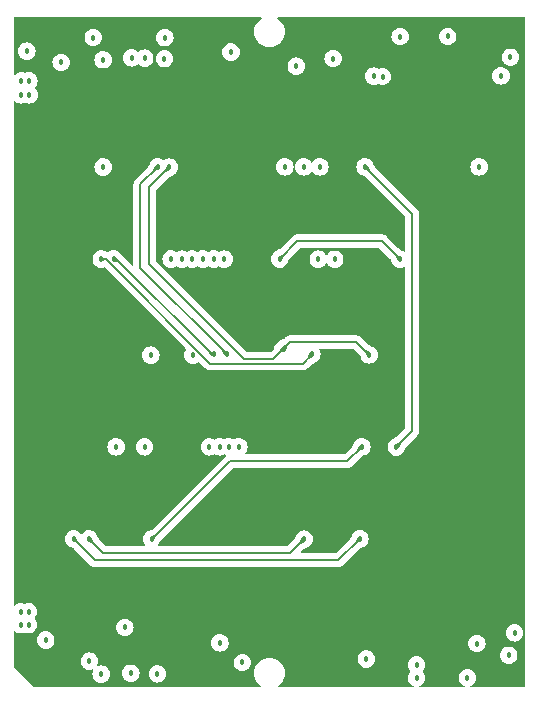
<source format=gbr>
%TF.GenerationSoftware,KiCad,Pcbnew,7.0.7*%
%TF.CreationDate,2024-04-02T12:31:12-04:00*%
%TF.ProjectId,module_pcb_thermal_mockup_v3.5,6d6f6475-6c65-45f7-9063-625f74686572,rev?*%
%TF.SameCoordinates,Original*%
%TF.FileFunction,Copper,L3,Inr*%
%TF.FilePolarity,Positive*%
%FSLAX46Y46*%
G04 Gerber Fmt 4.6, Leading zero omitted, Abs format (unit mm)*
G04 Created by KiCad (PCBNEW 7.0.7) date 2024-04-02 12:31:12*
%MOMM*%
%LPD*%
G01*
G04 APERTURE LIST*
%TA.AperFunction,ViaPad*%
%ADD10C,0.457300*%
%TD*%
%TA.AperFunction,Conductor*%
%ADD11C,0.127000*%
%TD*%
G04 APERTURE END LIST*
D10*
%TO.N,/VSS*%
X18790000Y-3320000D03*
X42800000Y-52500000D03*
X42450000Y-3750000D03*
%TO.N,+5V*%
X13190000Y-2100000D03*
X18640000Y-36750000D03*
X37130000Y-2000000D03*
X15570000Y-28970000D03*
X26180000Y-20850000D03*
X13150000Y-3880000D03*
X12560000Y-55970000D03*
X7970000Y-3970000D03*
X16960000Y-36750000D03*
X17820000Y-36740000D03*
X41650000Y-5340000D03*
X9800000Y-52040000D03*
X7965000Y-13055000D03*
X38800000Y-56300000D03*
X9070000Y-36740000D03*
X11470000Y-36750000D03*
X7800000Y-56000000D03*
X19460000Y-36740000D03*
X7130000Y-2090000D03*
X23340000Y-13040000D03*
X34500000Y-56300000D03*
X12010000Y-28980000D03*
X39800000Y-13050000D03*
X33110000Y-2010000D03*
%TO.N,/~{RESET}*%
X17350000Y-28920000D03*
X8850000Y-20840000D03*
%TO.N,VCC*%
X3100000Y-53100000D03*
X1037329Y-5752873D03*
X1682329Y-5752873D03*
X1000000Y-6950000D03*
X1700000Y-6950000D03*
%TO.N,/DOUT*%
X29860000Y-36740000D03*
X12070000Y-44550000D03*
X31620000Y-5400000D03*
X30480000Y-28950000D03*
X13570000Y-13070000D03*
X23240000Y-28430000D03*
%TO.N,/DIN*%
X18420000Y-28920000D03*
X12590000Y-13040000D03*
%TO.N,/CLK*%
X32790000Y-36760000D03*
X25640000Y-28910000D03*
X7810000Y-20840000D03*
X6790000Y-44550000D03*
X30150000Y-13040000D03*
X24970000Y-44560000D03*
%TO.N,GND*%
X3830000Y-54330000D03*
X20574000Y-28450000D03*
X3270000Y-13050000D03*
X16550000Y-4300000D03*
X36070000Y-5410000D03*
X38150000Y-4250000D03*
X12030000Y-52030000D03*
X25700000Y-52700000D03*
X17490000Y-44540000D03*
X16860000Y-44550000D03*
X2090000Y-13050000D03*
X35850000Y-28800000D03*
X18790000Y-44540000D03*
X27600000Y-53100000D03*
X8460000Y-28390000D03*
X24220000Y-20850000D03*
X9181842Y-28390000D03*
X9130000Y-13050000D03*
X7470000Y-28870000D03*
X19420000Y-44550000D03*
X5810000Y-36770000D03*
X41350000Y-13050000D03*
X40150000Y-4900000D03*
X6020000Y-53330000D03*
X9250000Y-4020000D03*
X18540000Y-4830000D03*
X5900000Y-3850000D03*
X6430000Y-29200000D03*
X40000000Y-20850000D03*
X17950000Y-13050000D03*
X22360000Y-13050000D03*
X18150000Y-44540000D03*
X6530000Y-28450000D03*
%TO.N,Net-(JMPR1-Pad1)*%
X1000000Y-51800000D03*
X1650000Y-50700000D03*
X1000000Y-50700000D03*
X1650000Y-51800000D03*
%TO.N,/LGAD1*%
X15520000Y-20840000D03*
X17850000Y-53350000D03*
X6800000Y-54900000D03*
%TO.N,/ETROC1*%
X10300000Y-55920000D03*
X19750000Y-55000000D03*
X16420000Y-20840000D03*
%TO.N,/CS_T1*%
X30880000Y-5370000D03*
X27570000Y-20870000D03*
%TO.N,/CS_T3*%
X5470000Y-44550000D03*
X29690000Y-44530000D03*
%TO.N,/2.5V*%
X33100000Y-20850000D03*
X22900000Y-20840000D03*
%TO.N,/LGAD2*%
X39600000Y-53400000D03*
X30250000Y-54710000D03*
X17320000Y-20840000D03*
%TO.N,/ETROC2*%
X18220000Y-20850000D03*
X34500000Y-55200000D03*
X42300000Y-54400000D03*
%TO.N,/LGAD3*%
X4400000Y-4200000D03*
X13720000Y-20840000D03*
X10370000Y-3820000D03*
%TO.N,/ETROC3*%
X1500000Y-3250000D03*
X11480000Y-3830000D03*
X14620000Y-20850000D03*
%TO.N,/LGAD4*%
X26310000Y-13050000D03*
X27440000Y-3870000D03*
%TO.N,/ETROC4*%
X24960000Y-13050000D03*
X24321000Y-4509000D03*
%TD*%
D11*
%TO.N,/~{RESET}*%
X9060000Y-20840000D02*
X8850000Y-20840000D01*
X17140000Y-28920000D02*
X9060000Y-20840000D01*
X17350000Y-28920000D02*
X17140000Y-28920000D01*
%TO.N,/DOUT*%
X18740000Y-37950000D02*
X12140000Y-44550000D01*
X30480000Y-28950000D02*
X29410000Y-27880000D01*
X28650000Y-37950000D02*
X18740000Y-37950000D01*
X29860000Y-36740000D02*
X28650000Y-37950000D01*
X23169150Y-28490850D02*
X22360000Y-29300000D01*
X12140000Y-44550000D02*
X12070000Y-44550000D01*
X19920000Y-29300000D02*
X11880000Y-21260000D01*
X22360000Y-29300000D02*
X19920000Y-29300000D01*
X29410000Y-27880000D02*
X23790000Y-27880000D01*
X11880000Y-14760000D02*
X13570000Y-13070000D01*
X23790000Y-27880000D02*
X23240000Y-28430000D01*
X11880000Y-21260000D02*
X11880000Y-14760000D01*
%TO.N,/DIN*%
X11100000Y-21600000D02*
X11100000Y-14530000D01*
X11100000Y-14530000D02*
X12590000Y-13040000D01*
X18420000Y-28920000D02*
X11100000Y-21600000D01*
%TO.N,/CLK*%
X34130000Y-35400000D02*
X34130000Y-17018000D01*
X6790000Y-44580000D02*
X6790000Y-44520000D01*
X24970000Y-44560000D02*
X24970000Y-44580000D01*
X33172000Y-16060000D02*
X34130000Y-17018000D01*
X24970000Y-44580000D02*
X23810000Y-45740000D01*
X8180000Y-20840000D02*
X7810000Y-20840000D01*
X24850000Y-29700000D02*
X17040000Y-29700000D01*
X33170000Y-16060000D02*
X30150000Y-13040000D01*
X17040000Y-29700000D02*
X8180000Y-20840000D01*
X33170000Y-16060000D02*
X33172000Y-16060000D01*
X24970000Y-44540000D02*
X24970000Y-44560000D01*
X23810000Y-45740000D02*
X7950000Y-45740000D01*
X32770000Y-36760000D02*
X32790000Y-36760000D01*
X32790000Y-36740000D02*
X34130000Y-35400000D01*
X7950000Y-45740000D02*
X6790000Y-44580000D01*
X24970000Y-44540000D02*
X24970000Y-44540000D01*
X25640000Y-28910000D02*
X24850000Y-29700000D01*
X32790000Y-36760000D02*
X32790000Y-36740000D01*
%TO.N,/CS_T3*%
X29690000Y-44540000D02*
X27890000Y-46340000D01*
X29690000Y-44530000D02*
X29690000Y-44540000D01*
X7260000Y-46340000D02*
X5470000Y-44550000D01*
X27890000Y-46340000D02*
X7260000Y-46340000D01*
%TO.N,/2.5V*%
X24410000Y-19330000D02*
X31580000Y-19330000D01*
X31580000Y-19330000D02*
X33100000Y-20850000D01*
X22900000Y-20840000D02*
X24410000Y-19330000D01*
%TD*%
%TA.AperFunction,Conductor*%
%TO.N,/DOUT*%
G36*
X12378745Y-44226613D02*
G01*
X12381396Y-44228601D01*
X12459980Y-44307185D01*
X12463407Y-44315458D01*
X12461867Y-44321261D01*
X12286336Y-44628585D01*
X12279257Y-44634069D01*
X12271742Y-44633609D01*
X12073828Y-44552564D01*
X12067471Y-44546258D01*
X11987422Y-44350777D01*
X11987458Y-44341823D01*
X11993815Y-44335517D01*
X11994959Y-44335116D01*
X12369844Y-44225643D01*
X12378745Y-44226613D01*
G37*
%TD.AperFunction*%
%TD*%
%TA.AperFunction,Conductor*%
%TO.N,/2.5V*%
G36*
X23184061Y-20477342D02*
G01*
X23262657Y-20555938D01*
X23266084Y-20564211D01*
X23265136Y-20568824D01*
X23115782Y-20916926D01*
X23109371Y-20923178D01*
X23100596Y-20923140D01*
X22903828Y-20842564D01*
X22897471Y-20836258D01*
X22816859Y-20639402D01*
X22816895Y-20630448D01*
X22823070Y-20624219D01*
X23171176Y-20474862D01*
X23180129Y-20474750D01*
X23184061Y-20477342D01*
G37*
%TD.AperFunction*%
%TD*%
%TA.AperFunction,Conductor*%
%TO.N,/CS_T3*%
G36*
X5679551Y-44466895D02*
G01*
X5685782Y-44473073D01*
X5835136Y-44821175D01*
X5835249Y-44830129D01*
X5832657Y-44834061D01*
X5754061Y-44912657D01*
X5745788Y-44916084D01*
X5741175Y-44915136D01*
X5539153Y-44828458D01*
X5393072Y-44765781D01*
X5386821Y-44759371D01*
X5386858Y-44750597D01*
X5467436Y-44553826D01*
X5473740Y-44547471D01*
X5670597Y-44466859D01*
X5679551Y-44466895D01*
G37*
%TD.AperFunction*%
%TD*%
%TA.AperFunction,Conductor*%
%TO.N,/2.5V*%
G36*
X32828822Y-20484862D02*
G01*
X33176927Y-20634218D01*
X33183178Y-20640628D01*
X33183140Y-20649403D01*
X33102564Y-20846171D01*
X33096258Y-20852528D01*
X33096171Y-20852564D01*
X32899403Y-20933140D01*
X32890448Y-20933104D01*
X32884218Y-20926927D01*
X32734862Y-20578823D01*
X32734750Y-20569870D01*
X32737340Y-20565940D01*
X32815939Y-20487341D01*
X32824211Y-20483915D01*
X32828822Y-20484862D01*
G37*
%TD.AperFunction*%
%TD*%
%TA.AperFunction,Conductor*%
%TO.N,/DOUT*%
G36*
X30208822Y-28584862D02*
G01*
X30556927Y-28734218D01*
X30563178Y-28740628D01*
X30563140Y-28749403D01*
X30482564Y-28946171D01*
X30476258Y-28952528D01*
X30476171Y-28952564D01*
X30279403Y-29033140D01*
X30270448Y-29033104D01*
X30264218Y-29026927D01*
X30114862Y-28678823D01*
X30114750Y-28669870D01*
X30117340Y-28665940D01*
X30195939Y-28587341D01*
X30204211Y-28583915D01*
X30208822Y-28584862D01*
G37*
%TD.AperFunction*%
%TD*%
%TA.AperFunction,Conductor*%
%TO.N,/DIN*%
G36*
X18148822Y-28554862D02*
G01*
X18496927Y-28704218D01*
X18503178Y-28710628D01*
X18503140Y-28719403D01*
X18422564Y-28916171D01*
X18416258Y-28922528D01*
X18416171Y-28922564D01*
X18219403Y-29003140D01*
X18210448Y-29003104D01*
X18204218Y-28996927D01*
X18054862Y-28648823D01*
X18054750Y-28639870D01*
X18057340Y-28635940D01*
X18135939Y-28557341D01*
X18144211Y-28553915D01*
X18148822Y-28554862D01*
G37*
%TD.AperFunction*%
%TD*%
%TA.AperFunction,Conductor*%
%TO.N,/~{RESET}*%
G36*
X17346450Y-28694845D02*
G01*
X17350034Y-28703051D01*
X17350036Y-28703238D01*
X17350691Y-28915809D01*
X17347290Y-28924093D01*
X17347228Y-28924154D01*
X17196945Y-29073129D01*
X17188657Y-29076520D01*
X17180399Y-29073057D01*
X17180097Y-29072741D01*
X16925460Y-28795924D01*
X16922381Y-28787515D01*
X16925797Y-28779731D01*
X17004331Y-28701197D01*
X17012379Y-28697773D01*
X17338113Y-28691576D01*
X17346450Y-28694845D01*
G37*
%TD.AperFunction*%
%TD*%
%TA.AperFunction,Conductor*%
%TO.N,GND*%
G36*
X21368815Y-399806D02*
G01*
X21387121Y-444000D01*
X21368815Y-488194D01*
X21360469Y-495197D01*
X21210859Y-599953D01*
X21049953Y-760859D01*
X20919431Y-947266D01*
X20823260Y-1153505D01*
X20823259Y-1153507D01*
X20764367Y-1373295D01*
X20764364Y-1373311D01*
X20744532Y-1599997D01*
X20744532Y-1600002D01*
X20764364Y-1826688D01*
X20764367Y-1826704D01*
X20823259Y-2046492D01*
X20823260Y-2046494D01*
X20919431Y-2252733D01*
X21049953Y-2439140D01*
X21210859Y-2600046D01*
X21278674Y-2647530D01*
X21397266Y-2730568D01*
X21397265Y-2730568D01*
X21456840Y-2758348D01*
X21603504Y-2826739D01*
X21603506Y-2826739D01*
X21603507Y-2826740D01*
X21823295Y-2885632D01*
X21823301Y-2885633D01*
X21823308Y-2885635D01*
X21993216Y-2900500D01*
X22106784Y-2900500D01*
X22276692Y-2885635D01*
X22276701Y-2885632D01*
X22276704Y-2885632D01*
X22496492Y-2826740D01*
X22496491Y-2826740D01*
X22496496Y-2826739D01*
X22702734Y-2730568D01*
X22889139Y-2600047D01*
X23050047Y-2439139D01*
X23180568Y-2252734D01*
X23276739Y-2046496D01*
X23286518Y-2010000D01*
X32368186Y-2010000D01*
X32386784Y-2175067D01*
X32441651Y-2331866D01*
X32441652Y-2331867D01*
X32530024Y-2472511D01*
X32647488Y-2589975D01*
X32788132Y-2678347D01*
X32788133Y-2678348D01*
X32788135Y-2678348D01*
X32788139Y-2678351D01*
X32944931Y-2733215D01*
X33110000Y-2751814D01*
X33275069Y-2733215D01*
X33431861Y-2678351D01*
X33572513Y-2589974D01*
X33689974Y-2472513D01*
X33778351Y-2331861D01*
X33833215Y-2175069D01*
X33851814Y-2010000D01*
X33850687Y-2000000D01*
X36388186Y-2000000D01*
X36406784Y-2165067D01*
X36461651Y-2321866D01*
X36461652Y-2321867D01*
X36550024Y-2462511D01*
X36667488Y-2579975D01*
X36808132Y-2668347D01*
X36808133Y-2668348D01*
X36808135Y-2668348D01*
X36808139Y-2668351D01*
X36964931Y-2723215D01*
X37130000Y-2741814D01*
X37295069Y-2723215D01*
X37451861Y-2668351D01*
X37592513Y-2579974D01*
X37709974Y-2462513D01*
X37798351Y-2321861D01*
X37853215Y-2165069D01*
X37871814Y-2000000D01*
X37853215Y-1834931D01*
X37798351Y-1678139D01*
X37798348Y-1678135D01*
X37798348Y-1678133D01*
X37798347Y-1678132D01*
X37709975Y-1537488D01*
X37592511Y-1420024D01*
X37451867Y-1331652D01*
X37451866Y-1331651D01*
X37451861Y-1331649D01*
X37380550Y-1306696D01*
X37295067Y-1276784D01*
X37130000Y-1258186D01*
X36964932Y-1276784D01*
X36808133Y-1331651D01*
X36808132Y-1331652D01*
X36667488Y-1420024D01*
X36550024Y-1537488D01*
X36461652Y-1678132D01*
X36461651Y-1678133D01*
X36406784Y-1834932D01*
X36388186Y-2000000D01*
X33850687Y-2000000D01*
X33833215Y-1844931D01*
X33778351Y-1688139D01*
X33778348Y-1688135D01*
X33778348Y-1688133D01*
X33778347Y-1688132D01*
X33689975Y-1547488D01*
X33572511Y-1430024D01*
X33431867Y-1341652D01*
X33431866Y-1341651D01*
X33431861Y-1341649D01*
X33360550Y-1316696D01*
X33275067Y-1286784D01*
X33110000Y-1268186D01*
X32944932Y-1286784D01*
X32788133Y-1341651D01*
X32788132Y-1341652D01*
X32647488Y-1430024D01*
X32530024Y-1547488D01*
X32441652Y-1688132D01*
X32441651Y-1688133D01*
X32386784Y-1844932D01*
X32368186Y-2010000D01*
X23286518Y-2010000D01*
X23333427Y-1834932D01*
X23335632Y-1826704D01*
X23335632Y-1826701D01*
X23335635Y-1826692D01*
X23355468Y-1600000D01*
X23335635Y-1373308D01*
X23333887Y-1366785D01*
X23276740Y-1153507D01*
X23276739Y-1153505D01*
X23180568Y-947266D01*
X23050046Y-760859D01*
X22889140Y-599953D01*
X22739531Y-495197D01*
X22713829Y-454853D01*
X22724182Y-408152D01*
X22764526Y-382450D01*
X22775379Y-381500D01*
X43656000Y-381500D01*
X43700194Y-399806D01*
X43718500Y-444000D01*
X43718500Y-57056000D01*
X43700194Y-57100194D01*
X43656000Y-57118500D01*
X39060608Y-57118500D01*
X39016414Y-57100194D01*
X38998108Y-57056000D01*
X39016414Y-57011806D01*
X39039962Y-56997008D01*
X39121861Y-56968351D01*
X39262513Y-56879974D01*
X39379974Y-56762513D01*
X39468351Y-56621861D01*
X39523215Y-56465069D01*
X39541814Y-56300000D01*
X39523215Y-56134931D01*
X39468351Y-55978139D01*
X39468348Y-55978135D01*
X39468348Y-55978133D01*
X39468347Y-55978132D01*
X39379975Y-55837488D01*
X39262511Y-55720024D01*
X39121867Y-55631652D01*
X39121866Y-55631651D01*
X39121861Y-55631649D01*
X39008028Y-55591817D01*
X38965067Y-55576784D01*
X38800000Y-55558186D01*
X38634932Y-55576784D01*
X38478133Y-55631651D01*
X38478132Y-55631652D01*
X38337488Y-55720024D01*
X38220024Y-55837488D01*
X38131652Y-55978132D01*
X38131651Y-55978133D01*
X38076784Y-56134932D01*
X38058186Y-56299999D01*
X38076784Y-56465067D01*
X38076785Y-56465069D01*
X38116992Y-56579975D01*
X38131651Y-56621866D01*
X38131652Y-56621867D01*
X38220024Y-56762511D01*
X38337488Y-56879975D01*
X38478132Y-56968347D01*
X38478133Y-56968348D01*
X38478135Y-56968348D01*
X38478139Y-56968351D01*
X38560036Y-56997008D01*
X38595703Y-57028883D01*
X38598385Y-57076643D01*
X38566509Y-57112311D01*
X38539392Y-57118500D01*
X34760608Y-57118500D01*
X34716414Y-57100194D01*
X34698108Y-57056000D01*
X34716414Y-57011806D01*
X34739962Y-56997008D01*
X34821861Y-56968351D01*
X34962513Y-56879974D01*
X35079974Y-56762513D01*
X35168351Y-56621861D01*
X35223215Y-56465069D01*
X35241814Y-56300000D01*
X35223215Y-56134931D01*
X35168351Y-55978139D01*
X35168348Y-55978135D01*
X35168348Y-55978133D01*
X35168347Y-55978132D01*
X35079976Y-55837490D01*
X35079975Y-55837489D01*
X35079974Y-55837487D01*
X35036680Y-55794193D01*
X35018375Y-55749998D01*
X35036679Y-55705807D01*
X35079974Y-55662513D01*
X35168351Y-55521861D01*
X35223215Y-55365069D01*
X35241814Y-55200000D01*
X35223215Y-55034931D01*
X35168351Y-54878139D01*
X35168348Y-54878135D01*
X35168348Y-54878133D01*
X35168347Y-54878132D01*
X35079975Y-54737488D01*
X34962511Y-54620024D01*
X34821867Y-54531652D01*
X34821866Y-54531651D01*
X34821861Y-54531649D01*
X34750550Y-54506696D01*
X34665067Y-54476784D01*
X34500000Y-54458186D01*
X34334932Y-54476784D01*
X34178133Y-54531651D01*
X34178132Y-54531652D01*
X34037488Y-54620024D01*
X33920024Y-54737488D01*
X33831652Y-54878132D01*
X33831651Y-54878133D01*
X33776784Y-55034932D01*
X33758186Y-55200000D01*
X33776784Y-55365067D01*
X33785517Y-55390024D01*
X33826619Y-55507487D01*
X33831651Y-55521866D01*
X33831652Y-55521867D01*
X33920024Y-55662511D01*
X33963319Y-55705806D01*
X33981625Y-55750000D01*
X33963319Y-55794194D01*
X33920025Y-55837487D01*
X33920024Y-55837488D01*
X33831652Y-55978132D01*
X33831651Y-55978133D01*
X33776784Y-56134932D01*
X33758186Y-56300000D01*
X33776784Y-56465067D01*
X33776785Y-56465069D01*
X33816992Y-56579975D01*
X33831651Y-56621866D01*
X33831652Y-56621867D01*
X33920024Y-56762511D01*
X34037488Y-56879975D01*
X34178132Y-56968347D01*
X34178133Y-56968348D01*
X34178135Y-56968348D01*
X34178139Y-56968351D01*
X34260036Y-56997008D01*
X34295703Y-57028883D01*
X34298385Y-57076643D01*
X34266509Y-57112311D01*
X34239392Y-57118500D01*
X22775379Y-57118500D01*
X22731185Y-57100194D01*
X22712879Y-57056000D01*
X22731185Y-57011806D01*
X22739531Y-57004803D01*
X22889140Y-56900046D01*
X23050046Y-56739140D01*
X23069180Y-56711814D01*
X23180568Y-56552734D01*
X23276739Y-56346496D01*
X23325353Y-56165067D01*
X23335632Y-56126704D01*
X23335632Y-56126701D01*
X23335635Y-56126692D01*
X23355468Y-55900000D01*
X23335635Y-55673308D01*
X23332741Y-55662509D01*
X23276740Y-55453507D01*
X23276739Y-55453505D01*
X23275950Y-55451814D01*
X23180568Y-55247266D01*
X23165310Y-55225475D01*
X23050046Y-55060859D01*
X22889140Y-54899953D01*
X22770547Y-54816915D01*
X22702734Y-54769432D01*
X22702732Y-54769431D01*
X22702734Y-54769431D01*
X22575283Y-54710000D01*
X29508186Y-54710000D01*
X29526784Y-54875067D01*
X29581651Y-55031866D01*
X29581652Y-55031867D01*
X29670024Y-55172511D01*
X29787488Y-55289975D01*
X29928132Y-55378347D01*
X29928133Y-55378348D01*
X29928135Y-55378348D01*
X29928139Y-55378351D01*
X30084931Y-55433215D01*
X30250000Y-55451814D01*
X30415069Y-55433215D01*
X30571861Y-55378351D01*
X30712513Y-55289974D01*
X30829974Y-55172513D01*
X30918351Y-55031861D01*
X30973215Y-54875069D01*
X30991814Y-54710000D01*
X30973215Y-54544931D01*
X30922501Y-54400000D01*
X41558186Y-54400000D01*
X41576784Y-54565067D01*
X41576785Y-54565069D01*
X41627498Y-54709999D01*
X41631651Y-54721866D01*
X41631652Y-54721867D01*
X41720024Y-54862511D01*
X41837488Y-54979975D01*
X41978132Y-55068347D01*
X41978133Y-55068348D01*
X41978135Y-55068348D01*
X41978139Y-55068351D01*
X42134931Y-55123215D01*
X42300000Y-55141814D01*
X42465069Y-55123215D01*
X42621861Y-55068351D01*
X42762513Y-54979974D01*
X42879974Y-54862513D01*
X42968351Y-54721861D01*
X43023215Y-54565069D01*
X43041814Y-54400000D01*
X43023215Y-54234931D01*
X42968351Y-54078139D01*
X42968348Y-54078135D01*
X42968348Y-54078133D01*
X42968347Y-54078132D01*
X42879975Y-53937488D01*
X42762511Y-53820024D01*
X42621867Y-53731652D01*
X42621866Y-53731651D01*
X42621861Y-53731649D01*
X42550550Y-53706696D01*
X42465067Y-53676784D01*
X42300000Y-53658186D01*
X42134932Y-53676784D01*
X41978133Y-53731651D01*
X41978132Y-53731652D01*
X41837488Y-53820024D01*
X41720024Y-53937488D01*
X41631652Y-54078132D01*
X41631651Y-54078133D01*
X41576784Y-54234932D01*
X41558186Y-54400000D01*
X30922501Y-54400000D01*
X30918351Y-54388139D01*
X30918348Y-54388135D01*
X30918348Y-54388133D01*
X30918347Y-54388132D01*
X30829975Y-54247488D01*
X30712511Y-54130024D01*
X30571867Y-54041652D01*
X30571866Y-54041651D01*
X30571861Y-54041649D01*
X30500550Y-54016696D01*
X30415067Y-53986784D01*
X30250000Y-53968186D01*
X30084932Y-53986784D01*
X29928133Y-54041651D01*
X29928132Y-54041652D01*
X29787488Y-54130024D01*
X29670024Y-54247488D01*
X29581652Y-54388132D01*
X29581651Y-54388133D01*
X29526784Y-54544932D01*
X29508186Y-54710000D01*
X22575283Y-54710000D01*
X22496494Y-54673260D01*
X22496492Y-54673259D01*
X22276704Y-54614367D01*
X22276688Y-54614364D01*
X22106784Y-54599500D01*
X21993216Y-54599500D01*
X21823311Y-54614364D01*
X21823295Y-54614367D01*
X21603507Y-54673259D01*
X21603505Y-54673260D01*
X21397266Y-54769431D01*
X21210859Y-54899953D01*
X21049953Y-55060859D01*
X20919431Y-55247266D01*
X20823260Y-55453505D01*
X20823259Y-55453507D01*
X20764367Y-55673295D01*
X20764364Y-55673311D01*
X20744532Y-55899997D01*
X20744532Y-55900002D01*
X20764364Y-56126688D01*
X20764367Y-56126704D01*
X20823259Y-56346492D01*
X20823260Y-56346494D01*
X20919431Y-56552733D01*
X21049953Y-56739140D01*
X21210859Y-56900046D01*
X21360469Y-57004803D01*
X21386171Y-57045147D01*
X21375818Y-57091848D01*
X21335474Y-57117550D01*
X21324621Y-57118500D01*
X2183910Y-57118500D01*
X2139716Y-57100194D01*
X399805Y-55360283D01*
X381499Y-55316089D01*
X381499Y-54900000D01*
X6058186Y-54900000D01*
X6076784Y-55065067D01*
X6076785Y-55065069D01*
X6123999Y-55200000D01*
X6131651Y-55221866D01*
X6131652Y-55221867D01*
X6220024Y-55362511D01*
X6337488Y-55479975D01*
X6478132Y-55568347D01*
X6478133Y-55568348D01*
X6478135Y-55568348D01*
X6478139Y-55568351D01*
X6634931Y-55623215D01*
X6800000Y-55641814D01*
X6965069Y-55623215D01*
X7054798Y-55591817D01*
X7102557Y-55594498D01*
X7134432Y-55630166D01*
X7131948Y-55674525D01*
X7132809Y-55674827D01*
X7131764Y-55677812D01*
X7131759Y-55677909D01*
X7131654Y-55678125D01*
X7076784Y-55834932D01*
X7058186Y-56000000D01*
X7076784Y-56165067D01*
X7076785Y-56165069D01*
X7123999Y-56300000D01*
X7131651Y-56321866D01*
X7131652Y-56321867D01*
X7220024Y-56462511D01*
X7337488Y-56579975D01*
X7478132Y-56668347D01*
X7478133Y-56668348D01*
X7478135Y-56668348D01*
X7478139Y-56668351D01*
X7634931Y-56723215D01*
X7800000Y-56741814D01*
X7965069Y-56723215D01*
X8121861Y-56668351D01*
X8262513Y-56579974D01*
X8379974Y-56462513D01*
X8468351Y-56321861D01*
X8523215Y-56165069D01*
X8541814Y-56000000D01*
X8532800Y-55920000D01*
X9558186Y-55920000D01*
X9576784Y-56085067D01*
X9631651Y-56241866D01*
X9631652Y-56241867D01*
X9720024Y-56382511D01*
X9837488Y-56499975D01*
X9978132Y-56588347D01*
X9978133Y-56588348D01*
X9978135Y-56588348D01*
X9978139Y-56588351D01*
X10134931Y-56643215D01*
X10300000Y-56661814D01*
X10465069Y-56643215D01*
X10621861Y-56588351D01*
X10762513Y-56499974D01*
X10879974Y-56382513D01*
X10968351Y-56241861D01*
X11023215Y-56085069D01*
X11036180Y-55969999D01*
X11818186Y-55969999D01*
X11836784Y-56135067D01*
X11891651Y-56291866D01*
X11891652Y-56291867D01*
X11980024Y-56432511D01*
X12097488Y-56549975D01*
X12238132Y-56638347D01*
X12238133Y-56638348D01*
X12238135Y-56638348D01*
X12238139Y-56638351D01*
X12394931Y-56693215D01*
X12560000Y-56711814D01*
X12725069Y-56693215D01*
X12881861Y-56638351D01*
X13022513Y-56549974D01*
X13139974Y-56432513D01*
X13228351Y-56291861D01*
X13283215Y-56135069D01*
X13301814Y-55970000D01*
X13283215Y-55804931D01*
X13228351Y-55648139D01*
X13228348Y-55648135D01*
X13228348Y-55648133D01*
X13228347Y-55648132D01*
X13139975Y-55507488D01*
X13022511Y-55390024D01*
X12881867Y-55301652D01*
X12881866Y-55301651D01*
X12881861Y-55301649D01*
X12790936Y-55269833D01*
X12725067Y-55246784D01*
X12560000Y-55228186D01*
X12394932Y-55246784D01*
X12238133Y-55301651D01*
X12238132Y-55301652D01*
X12097488Y-55390024D01*
X11980024Y-55507488D01*
X11891652Y-55648132D01*
X11891651Y-55648133D01*
X11836784Y-55804932D01*
X11818186Y-55969999D01*
X11036180Y-55969999D01*
X11041814Y-55920000D01*
X11023215Y-55754931D01*
X10968351Y-55598139D01*
X10968348Y-55598135D01*
X10968348Y-55598133D01*
X10968347Y-55598132D01*
X10879975Y-55457488D01*
X10762511Y-55340024D01*
X10621867Y-55251652D01*
X10621866Y-55251651D01*
X10621861Y-55251649D01*
X10546197Y-55225173D01*
X10465067Y-55196784D01*
X10300000Y-55178186D01*
X10134932Y-55196784D01*
X9978133Y-55251651D01*
X9978132Y-55251652D01*
X9837488Y-55340024D01*
X9720024Y-55457488D01*
X9631652Y-55598132D01*
X9631651Y-55598133D01*
X9576784Y-55754932D01*
X9558186Y-55920000D01*
X8532800Y-55920000D01*
X8523215Y-55834931D01*
X8468351Y-55678139D01*
X8468348Y-55678135D01*
X8468348Y-55678133D01*
X8468347Y-55678132D01*
X8379975Y-55537488D01*
X8262511Y-55420024D01*
X8121867Y-55331652D01*
X8121866Y-55331651D01*
X8121861Y-55331649D01*
X8002761Y-55289974D01*
X7965067Y-55276784D01*
X7800000Y-55258186D01*
X7634932Y-55276784D01*
X7597236Y-55289975D01*
X7545201Y-55308182D01*
X7497441Y-55305501D01*
X7465566Y-55269833D01*
X7468056Y-55225475D01*
X7467191Y-55225173D01*
X7468242Y-55222167D01*
X7468248Y-55222072D01*
X7468250Y-55222070D01*
X7468348Y-55221866D01*
X7468348Y-55221865D01*
X7468351Y-55221861D01*
X7523215Y-55065069D01*
X7530547Y-54999999D01*
X19008186Y-54999999D01*
X19026784Y-55165067D01*
X19046731Y-55222072D01*
X19079629Y-55316089D01*
X19081651Y-55321866D01*
X19081652Y-55321867D01*
X19170024Y-55462511D01*
X19287488Y-55579975D01*
X19428132Y-55668347D01*
X19428133Y-55668348D01*
X19428135Y-55668348D01*
X19428139Y-55668351D01*
X19584931Y-55723215D01*
X19750000Y-55741814D01*
X19915069Y-55723215D01*
X20071861Y-55668351D01*
X20212513Y-55579974D01*
X20329974Y-55462513D01*
X20418351Y-55321861D01*
X20473215Y-55165069D01*
X20491814Y-55000000D01*
X20473215Y-54834931D01*
X20418351Y-54678139D01*
X20418348Y-54678135D01*
X20418348Y-54678133D01*
X20418347Y-54678132D01*
X20329975Y-54537488D01*
X20212511Y-54420024D01*
X20071867Y-54331652D01*
X20071866Y-54331651D01*
X20071861Y-54331649D01*
X20000550Y-54306696D01*
X19915067Y-54276784D01*
X19750000Y-54258186D01*
X19584932Y-54276784D01*
X19428133Y-54331651D01*
X19428132Y-54331652D01*
X19287488Y-54420024D01*
X19170024Y-54537488D01*
X19081652Y-54678132D01*
X19081651Y-54678133D01*
X19026784Y-54834932D01*
X19008186Y-54999999D01*
X7530547Y-54999999D01*
X7541814Y-54900000D01*
X7523215Y-54734931D01*
X7468351Y-54578139D01*
X7468348Y-54578135D01*
X7468348Y-54578133D01*
X7468347Y-54578132D01*
X7379975Y-54437488D01*
X7262511Y-54320024D01*
X7121867Y-54231652D01*
X7121866Y-54231651D01*
X7121861Y-54231649D01*
X7050550Y-54206696D01*
X6965067Y-54176784D01*
X6800000Y-54158186D01*
X6634932Y-54176784D01*
X6478133Y-54231651D01*
X6478132Y-54231652D01*
X6337488Y-54320024D01*
X6220024Y-54437488D01*
X6131652Y-54578132D01*
X6131651Y-54578133D01*
X6076784Y-54734932D01*
X6058186Y-54900000D01*
X381499Y-54900000D01*
X381499Y-53812511D01*
X381499Y-53100000D01*
X2358186Y-53100000D01*
X2376784Y-53265067D01*
X2376785Y-53265069D01*
X2423999Y-53400000D01*
X2431651Y-53421866D01*
X2431652Y-53421867D01*
X2520024Y-53562511D01*
X2637488Y-53679975D01*
X2778132Y-53768347D01*
X2778133Y-53768348D01*
X2778135Y-53768348D01*
X2778139Y-53768351D01*
X2934931Y-53823215D01*
X3100000Y-53841814D01*
X3265069Y-53823215D01*
X3421861Y-53768351D01*
X3562513Y-53679974D01*
X3679974Y-53562513D01*
X3768351Y-53421861D01*
X3793496Y-53350000D01*
X17108186Y-53350000D01*
X17126784Y-53515067D01*
X17181651Y-53671866D01*
X17181652Y-53671867D01*
X17270024Y-53812511D01*
X17387488Y-53929975D01*
X17528132Y-54018347D01*
X17528133Y-54018348D01*
X17528135Y-54018348D01*
X17528139Y-54018351D01*
X17684931Y-54073215D01*
X17850000Y-54091814D01*
X18015069Y-54073215D01*
X18171861Y-54018351D01*
X18312513Y-53929974D01*
X18429974Y-53812513D01*
X18518351Y-53671861D01*
X18573215Y-53515069D01*
X18586180Y-53400000D01*
X38858186Y-53400000D01*
X38876784Y-53565067D01*
X38876785Y-53565069D01*
X38916992Y-53679975D01*
X38931651Y-53721866D01*
X38931652Y-53721867D01*
X39020024Y-53862511D01*
X39137488Y-53979975D01*
X39278132Y-54068347D01*
X39278133Y-54068348D01*
X39278135Y-54068348D01*
X39278139Y-54068351D01*
X39434931Y-54123215D01*
X39600000Y-54141814D01*
X39765069Y-54123215D01*
X39921861Y-54068351D01*
X40062513Y-53979974D01*
X40179974Y-53862513D01*
X40268351Y-53721861D01*
X40323215Y-53565069D01*
X40341814Y-53400000D01*
X40323215Y-53234931D01*
X40268351Y-53078139D01*
X40268348Y-53078135D01*
X40268348Y-53078133D01*
X40268347Y-53078132D01*
X40179975Y-52937488D01*
X40062511Y-52820024D01*
X39921867Y-52731652D01*
X39921866Y-52731651D01*
X39921861Y-52731649D01*
X39850550Y-52706696D01*
X39765067Y-52676784D01*
X39600000Y-52658186D01*
X39434932Y-52676784D01*
X39278133Y-52731651D01*
X39278132Y-52731652D01*
X39137488Y-52820024D01*
X39020024Y-52937488D01*
X38931652Y-53078132D01*
X38931651Y-53078133D01*
X38876784Y-53234932D01*
X38858186Y-53400000D01*
X18586180Y-53400000D01*
X18591814Y-53350000D01*
X18573215Y-53184931D01*
X18518351Y-53028139D01*
X18518348Y-53028135D01*
X18518348Y-53028133D01*
X18518347Y-53028132D01*
X18429975Y-52887488D01*
X18312511Y-52770024D01*
X18171867Y-52681652D01*
X18171866Y-52681651D01*
X18171861Y-52681649D01*
X18100550Y-52656696D01*
X18015067Y-52626784D01*
X17850000Y-52608186D01*
X17684932Y-52626784D01*
X17528133Y-52681651D01*
X17528132Y-52681652D01*
X17387488Y-52770024D01*
X17270024Y-52887488D01*
X17181652Y-53028132D01*
X17181651Y-53028133D01*
X17126784Y-53184932D01*
X17108186Y-53350000D01*
X3793496Y-53350000D01*
X3823215Y-53265069D01*
X3841814Y-53100000D01*
X3823215Y-52934931D01*
X3768351Y-52778139D01*
X3768348Y-52778135D01*
X3768348Y-52778133D01*
X3768347Y-52778132D01*
X3679975Y-52637488D01*
X3562511Y-52520024D01*
X3421867Y-52431652D01*
X3421866Y-52431651D01*
X3421861Y-52431649D01*
X3350550Y-52406696D01*
X3265067Y-52376784D01*
X3100000Y-52358186D01*
X2934932Y-52376784D01*
X2778133Y-52431651D01*
X2778132Y-52431652D01*
X2637488Y-52520024D01*
X2520024Y-52637488D01*
X2431652Y-52778132D01*
X2431651Y-52778133D01*
X2376784Y-52934932D01*
X2358186Y-53100000D01*
X381499Y-53100000D01*
X381499Y-52374871D01*
X399805Y-52330680D01*
X443999Y-52312374D01*
X488193Y-52330680D01*
X537488Y-52379975D01*
X678132Y-52468347D01*
X678133Y-52468348D01*
X678135Y-52468348D01*
X678139Y-52468351D01*
X834931Y-52523215D01*
X1000000Y-52541814D01*
X1165069Y-52523215D01*
X1304360Y-52474475D01*
X1345640Y-52474475D01*
X1484931Y-52523215D01*
X1650000Y-52541814D01*
X1815069Y-52523215D01*
X1971861Y-52468351D01*
X2112513Y-52379974D01*
X2229974Y-52262513D01*
X2318351Y-52121861D01*
X2346995Y-52040000D01*
X9058186Y-52040000D01*
X9076784Y-52205067D01*
X9131651Y-52361866D01*
X9131652Y-52361867D01*
X9220024Y-52502511D01*
X9337488Y-52619975D01*
X9478132Y-52708347D01*
X9478133Y-52708348D01*
X9478135Y-52708348D01*
X9478139Y-52708351D01*
X9634931Y-52763215D01*
X9800000Y-52781814D01*
X9965069Y-52763215D01*
X10121861Y-52708351D01*
X10262513Y-52619974D01*
X10379974Y-52502513D01*
X10381553Y-52500000D01*
X42058186Y-52500000D01*
X42076784Y-52665067D01*
X42131651Y-52821866D01*
X42131652Y-52821867D01*
X42220024Y-52962511D01*
X42337488Y-53079975D01*
X42478132Y-53168347D01*
X42478133Y-53168348D01*
X42478135Y-53168348D01*
X42478139Y-53168351D01*
X42634931Y-53223215D01*
X42800000Y-53241814D01*
X42965069Y-53223215D01*
X43121861Y-53168351D01*
X43262513Y-53079974D01*
X43379974Y-52962513D01*
X43468351Y-52821861D01*
X43523215Y-52665069D01*
X43541814Y-52500000D01*
X43523215Y-52334931D01*
X43468351Y-52178139D01*
X43468348Y-52178135D01*
X43468348Y-52178133D01*
X43468347Y-52178132D01*
X43379975Y-52037488D01*
X43262511Y-51920024D01*
X43121867Y-51831652D01*
X43121866Y-51831651D01*
X43121861Y-51831649D01*
X43031414Y-51800000D01*
X42965067Y-51776784D01*
X42800000Y-51758186D01*
X42634932Y-51776784D01*
X42478133Y-51831651D01*
X42478132Y-51831652D01*
X42337488Y-51920024D01*
X42220024Y-52037488D01*
X42131652Y-52178132D01*
X42131651Y-52178133D01*
X42076784Y-52334932D01*
X42058186Y-52500000D01*
X10381553Y-52500000D01*
X10468351Y-52361861D01*
X10523215Y-52205069D01*
X10541814Y-52040000D01*
X10523215Y-51874931D01*
X10468351Y-51718139D01*
X10468348Y-51718135D01*
X10468348Y-51718133D01*
X10468347Y-51718132D01*
X10379975Y-51577488D01*
X10262511Y-51460024D01*
X10121867Y-51371652D01*
X10121866Y-51371651D01*
X10121861Y-51371649D01*
X10024232Y-51337487D01*
X9965067Y-51316784D01*
X9800000Y-51298186D01*
X9634932Y-51316784D01*
X9478133Y-51371651D01*
X9478132Y-51371652D01*
X9337488Y-51460024D01*
X9220024Y-51577488D01*
X9131652Y-51718132D01*
X9131651Y-51718133D01*
X9076784Y-51874932D01*
X9058186Y-52040000D01*
X2346995Y-52040000D01*
X2373215Y-51965069D01*
X2391814Y-51800000D01*
X2373215Y-51634931D01*
X2318351Y-51478139D01*
X2318348Y-51478135D01*
X2318348Y-51478133D01*
X2318347Y-51478132D01*
X2229975Y-51337488D01*
X2186681Y-51294194D01*
X2168375Y-51250000D01*
X2186681Y-51205806D01*
X2186680Y-51205805D01*
X2229974Y-51162513D01*
X2318351Y-51021861D01*
X2373215Y-50865069D01*
X2391814Y-50700000D01*
X2373215Y-50534931D01*
X2318351Y-50378139D01*
X2318348Y-50378135D01*
X2318348Y-50378133D01*
X2318347Y-50378132D01*
X2229975Y-50237488D01*
X2112511Y-50120024D01*
X1971867Y-50031652D01*
X1971866Y-50031651D01*
X1971861Y-50031649D01*
X1900550Y-50006696D01*
X1815067Y-49976784D01*
X1650000Y-49958186D01*
X1484930Y-49976785D01*
X1345641Y-50025524D01*
X1304357Y-50025524D01*
X1165069Y-49976785D01*
X1000000Y-49958186D01*
X834932Y-49976784D01*
X678133Y-50031651D01*
X678132Y-50031652D01*
X537488Y-50120024D01*
X537487Y-50120025D01*
X488194Y-50169319D01*
X444000Y-50187625D01*
X399806Y-50169319D01*
X381500Y-50125125D01*
X381500Y-44550000D01*
X4728186Y-44550000D01*
X4746784Y-44715067D01*
X4746785Y-44715069D01*
X4794652Y-44851866D01*
X4801651Y-44871866D01*
X4801652Y-44871867D01*
X4890024Y-45012511D01*
X5007488Y-45129975D01*
X5148138Y-45218351D01*
X5167187Y-45225016D01*
X5179110Y-45230663D01*
X5190602Y-45237679D01*
X5456545Y-45351783D01*
X5476095Y-45365025D01*
X6827574Y-46716504D01*
X6830271Y-46719579D01*
X6852045Y-46747955D01*
X6971532Y-46839641D01*
X7110678Y-46897277D01*
X7110682Y-46897277D01*
X7110684Y-46897278D01*
X7136971Y-46900738D01*
X7222508Y-46912000D01*
X7222514Y-46912000D01*
X7260000Y-46916935D01*
X7260002Y-46916935D01*
X7295450Y-46912268D01*
X7299534Y-46912000D01*
X27850466Y-46912000D01*
X27854550Y-46912268D01*
X27889998Y-46916935D01*
X27890000Y-46916935D01*
X27927486Y-46912000D01*
X27927492Y-46912000D01*
X28027806Y-46898793D01*
X28039315Y-46897278D01*
X28039315Y-46897277D01*
X28039322Y-46897277D01*
X28178468Y-46839641D01*
X28297955Y-46747955D01*
X28319735Y-46719569D01*
X28322417Y-46716511D01*
X29692726Y-45346203D01*
X29711392Y-45333350D01*
X29976835Y-45214612D01*
X30001167Y-45202367D01*
X30004870Y-45200796D01*
X30011861Y-45198351D01*
X30152513Y-45109974D01*
X30269974Y-44992513D01*
X30358351Y-44851861D01*
X30413215Y-44695069D01*
X30431814Y-44530000D01*
X30413215Y-44364931D01*
X30358351Y-44208139D01*
X30358348Y-44208135D01*
X30358348Y-44208133D01*
X30358347Y-44208132D01*
X30269975Y-44067488D01*
X30152511Y-43950024D01*
X30011867Y-43861652D01*
X30011866Y-43861651D01*
X30011861Y-43861649D01*
X29912223Y-43826784D01*
X29855067Y-43806784D01*
X29690000Y-43788186D01*
X29524932Y-43806784D01*
X29368133Y-43861651D01*
X29368132Y-43861652D01*
X29227488Y-43950024D01*
X29110024Y-44067488D01*
X29021650Y-44208135D01*
X29012927Y-44233063D01*
X29007851Y-44244030D01*
X28998914Y-44259272D01*
X28998909Y-44259281D01*
X28891320Y-44522844D01*
X28877650Y-44543417D01*
X27671376Y-45749694D01*
X27627182Y-45768000D01*
X24741818Y-45768000D01*
X24697624Y-45749694D01*
X24679318Y-45705500D01*
X24697624Y-45661306D01*
X24756686Y-45602243D01*
X24981553Y-45377375D01*
X24999332Y-45364927D01*
X25128071Y-45304907D01*
X25264369Y-45241364D01*
X25271488Y-45237676D01*
X25280639Y-45232935D01*
X25288727Y-45229447D01*
X25291861Y-45228351D01*
X25432513Y-45139974D01*
X25549974Y-45022513D01*
X25638351Y-44881861D01*
X25693215Y-44725069D01*
X25711814Y-44560000D01*
X25693215Y-44394931D01*
X25638351Y-44238139D01*
X25638348Y-44238135D01*
X25638348Y-44238133D01*
X25638347Y-44238132D01*
X25549975Y-44097488D01*
X25432511Y-43980024D01*
X25291867Y-43891652D01*
X25291866Y-43891651D01*
X25291861Y-43891649D01*
X25206126Y-43861649D01*
X25135067Y-43836784D01*
X24970000Y-43818186D01*
X24804932Y-43836784D01*
X24648133Y-43891651D01*
X24648132Y-43891652D01*
X24507488Y-43980024D01*
X24390024Y-44097488D01*
X24301649Y-44238136D01*
X24290816Y-44269096D01*
X24286288Y-44279111D01*
X24275685Y-44297945D01*
X24275683Y-44297950D01*
X24174380Y-44559170D01*
X24160302Y-44580766D01*
X23591376Y-45149694D01*
X23547182Y-45168000D01*
X12645375Y-45168000D01*
X12601181Y-45149694D01*
X12582875Y-45105500D01*
X12601181Y-45061306D01*
X12601180Y-45061305D01*
X12649974Y-45012513D01*
X12725991Y-44891530D01*
X12727797Y-44888953D01*
X12732231Y-44883262D01*
X12883326Y-44618718D01*
X12893398Y-44605530D01*
X18958623Y-38540306D01*
X19002818Y-38522000D01*
X28610466Y-38522000D01*
X28614550Y-38522268D01*
X28649998Y-38526935D01*
X28650000Y-38526935D01*
X28687486Y-38522000D01*
X28687492Y-38522000D01*
X28787806Y-38508793D01*
X28799315Y-38507278D01*
X28799315Y-38507277D01*
X28799322Y-38507277D01*
X28938468Y-38449641D01*
X29057955Y-38357955D01*
X29079738Y-38329567D01*
X29082417Y-38326512D01*
X29853907Y-37555022D01*
X29873451Y-37541784D01*
X30063059Y-37460433D01*
X30139403Y-37427678D01*
X30139401Y-37427678D01*
X30169933Y-37412752D01*
X30173303Y-37411345D01*
X30181861Y-37408351D01*
X30322513Y-37319974D01*
X30439974Y-37202513D01*
X30528351Y-37061861D01*
X30583215Y-36905069D01*
X30601814Y-36740000D01*
X30583215Y-36574931D01*
X30528351Y-36418139D01*
X30528348Y-36418135D01*
X30528348Y-36418133D01*
X30528347Y-36418132D01*
X30439975Y-36277488D01*
X30322511Y-36160024D01*
X30181867Y-36071652D01*
X30181866Y-36071651D01*
X30181861Y-36071649D01*
X30110550Y-36046696D01*
X30025067Y-36016784D01*
X29860000Y-35998186D01*
X29694932Y-36016784D01*
X29538133Y-36071651D01*
X29538132Y-36071652D01*
X29397488Y-36160024D01*
X29280024Y-36277488D01*
X29191650Y-36418136D01*
X29184983Y-36437187D01*
X29179338Y-36449106D01*
X29172320Y-36460602D01*
X29111790Y-36601680D01*
X29058216Y-36726544D01*
X29044975Y-36746093D01*
X28431376Y-37359694D01*
X28387182Y-37378000D01*
X20015375Y-37378000D01*
X19971181Y-37359694D01*
X19952875Y-37315500D01*
X19971181Y-37271306D01*
X19971180Y-37271306D01*
X20039974Y-37202513D01*
X20128351Y-37061861D01*
X20183215Y-36905069D01*
X20201814Y-36740000D01*
X20183215Y-36574931D01*
X20128351Y-36418139D01*
X20128348Y-36418135D01*
X20128348Y-36418133D01*
X20128347Y-36418132D01*
X20039975Y-36277488D01*
X19922511Y-36160024D01*
X19781867Y-36071652D01*
X19781866Y-36071651D01*
X19781861Y-36071649D01*
X19710550Y-36046696D01*
X19625067Y-36016784D01*
X19460000Y-35998186D01*
X19294932Y-36016784D01*
X19138133Y-36071651D01*
X19138132Y-36071652D01*
X19075294Y-36111136D01*
X19028134Y-36119149D01*
X19008790Y-36111136D01*
X18961867Y-36081652D01*
X18961866Y-36081651D01*
X18961861Y-36081649D01*
X18890550Y-36056696D01*
X18805067Y-36026784D01*
X18640000Y-36008186D01*
X18474932Y-36026784D01*
X18318136Y-36081650D01*
X18283963Y-36103122D01*
X18271208Y-36111137D01*
X18224049Y-36119149D01*
X18204705Y-36111136D01*
X18141867Y-36071652D01*
X18141866Y-36071651D01*
X18141861Y-36071649D01*
X18070550Y-36046696D01*
X17985067Y-36016784D01*
X17820000Y-35998186D01*
X17654932Y-36016784D01*
X17541737Y-36056393D01*
X17498139Y-36071649D01*
X17498138Y-36071649D01*
X17498134Y-36071651D01*
X17415292Y-36123703D01*
X17368132Y-36131715D01*
X17348789Y-36123702D01*
X17281867Y-36081652D01*
X17281866Y-36081651D01*
X17281861Y-36081649D01*
X17210550Y-36056696D01*
X17125067Y-36026784D01*
X16960000Y-36008186D01*
X16794932Y-36026784D01*
X16638133Y-36081651D01*
X16638132Y-36081652D01*
X16497488Y-36170024D01*
X16380024Y-36287488D01*
X16291652Y-36428132D01*
X16291651Y-36428133D01*
X16236784Y-36584932D01*
X16218186Y-36750000D01*
X16236784Y-36915067D01*
X16291651Y-37071866D01*
X16291652Y-37071867D01*
X16380024Y-37212511D01*
X16497488Y-37329975D01*
X16638132Y-37418347D01*
X16638133Y-37418348D01*
X16638135Y-37418348D01*
X16638139Y-37418351D01*
X16794931Y-37473215D01*
X16960000Y-37491814D01*
X17125069Y-37473215D01*
X17281861Y-37418351D01*
X17364706Y-37366295D01*
X17411864Y-37358283D01*
X17431206Y-37366295D01*
X17451207Y-37378862D01*
X17498132Y-37408347D01*
X17498133Y-37408348D01*
X17498135Y-37408348D01*
X17498139Y-37408351D01*
X17654931Y-37463215D01*
X17820000Y-37481814D01*
X17985069Y-37463215D01*
X18141861Y-37408351D01*
X18188790Y-37378862D01*
X18235947Y-37370849D01*
X18255292Y-37378861D01*
X18265310Y-37385156D01*
X18318132Y-37418347D01*
X18318133Y-37418347D01*
X18318139Y-37418351D01*
X18329267Y-37422244D01*
X18364933Y-37454116D01*
X18367618Y-37501876D01*
X18346674Y-37530819D01*
X18332043Y-37542046D01*
X18332042Y-37542047D01*
X18310268Y-37570422D01*
X18307571Y-37573497D01*
X12127661Y-43753407D01*
X12100987Y-43769207D01*
X11972309Y-43806784D01*
X11844485Y-43844111D01*
X11831522Y-43848272D01*
X11823948Y-43850927D01*
X11823946Y-43850928D01*
X11779698Y-43870499D01*
X11777379Y-43871416D01*
X11748136Y-43881650D01*
X11607488Y-43970024D01*
X11490024Y-44087488D01*
X11401652Y-44228132D01*
X11401651Y-44228133D01*
X11346784Y-44384932D01*
X11328186Y-44550000D01*
X11346784Y-44715067D01*
X11346785Y-44715069D01*
X11394652Y-44851866D01*
X11401651Y-44871866D01*
X11401652Y-44871867D01*
X11490024Y-45012511D01*
X11538819Y-45061306D01*
X11557125Y-45105500D01*
X11538819Y-45149694D01*
X11494625Y-45168000D01*
X8212818Y-45168000D01*
X8168624Y-45149694D01*
X7597058Y-44578128D01*
X7582594Y-44555510D01*
X7578146Y-44543417D01*
X7485654Y-44291969D01*
X7483703Y-44286964D01*
X7483700Y-44286957D01*
X7483701Y-44286958D01*
X7464839Y-44246237D01*
X7463697Y-44243420D01*
X7462078Y-44238793D01*
X7458351Y-44228139D01*
X7445782Y-44208135D01*
X7369975Y-44087488D01*
X7252511Y-43970024D01*
X7111867Y-43881652D01*
X7111866Y-43881651D01*
X7111861Y-43881649D01*
X7004584Y-43844111D01*
X6955067Y-43826784D01*
X6790000Y-43808186D01*
X6624932Y-43826784D01*
X6468133Y-43881651D01*
X6468132Y-43881652D01*
X6327488Y-43970024D01*
X6210026Y-44087486D01*
X6182919Y-44130626D01*
X6143905Y-44158306D01*
X6096746Y-44150293D01*
X6077079Y-44130625D01*
X6049974Y-44087487D01*
X5932513Y-43970026D01*
X5932512Y-43970026D01*
X5932511Y-43970024D01*
X5791867Y-43881652D01*
X5791866Y-43881651D01*
X5791861Y-43881649D01*
X5684584Y-43844111D01*
X5635067Y-43826784D01*
X5470000Y-43808186D01*
X5304932Y-43826784D01*
X5148133Y-43881651D01*
X5148132Y-43881652D01*
X5007488Y-43970024D01*
X4890024Y-44087488D01*
X4801652Y-44228132D01*
X4801651Y-44228133D01*
X4746784Y-44384932D01*
X4728186Y-44550000D01*
X381500Y-44550000D01*
X381500Y-36739999D01*
X8328186Y-36739999D01*
X8346784Y-36905067D01*
X8401651Y-37061866D01*
X8401652Y-37061867D01*
X8490024Y-37202511D01*
X8607488Y-37319975D01*
X8748132Y-37408347D01*
X8748133Y-37408348D01*
X8748135Y-37408348D01*
X8748139Y-37408351D01*
X8904931Y-37463215D01*
X9070000Y-37481814D01*
X9235069Y-37463215D01*
X9391861Y-37408351D01*
X9532513Y-37319974D01*
X9649974Y-37202513D01*
X9738351Y-37061861D01*
X9793215Y-36905069D01*
X9810687Y-36750000D01*
X10728186Y-36750000D01*
X10746784Y-36915067D01*
X10801651Y-37071866D01*
X10801652Y-37071867D01*
X10890024Y-37212511D01*
X11007488Y-37329975D01*
X11148132Y-37418347D01*
X11148133Y-37418348D01*
X11148135Y-37418348D01*
X11148139Y-37418351D01*
X11304931Y-37473215D01*
X11470000Y-37491814D01*
X11635069Y-37473215D01*
X11791861Y-37418351D01*
X11932513Y-37329974D01*
X12049974Y-37212513D01*
X12138351Y-37071861D01*
X12193215Y-36915069D01*
X12211814Y-36750000D01*
X12193215Y-36584931D01*
X12138351Y-36428139D01*
X12138348Y-36428135D01*
X12138348Y-36428133D01*
X12138347Y-36428132D01*
X12049975Y-36287488D01*
X11932511Y-36170024D01*
X11791867Y-36081652D01*
X11791866Y-36081651D01*
X11791861Y-36081649D01*
X11720550Y-36056696D01*
X11635067Y-36026784D01*
X11470000Y-36008186D01*
X11304932Y-36026784D01*
X11148133Y-36081651D01*
X11148132Y-36081652D01*
X11007488Y-36170024D01*
X10890024Y-36287488D01*
X10801652Y-36428132D01*
X10801651Y-36428133D01*
X10746784Y-36584932D01*
X10728186Y-36750000D01*
X9810687Y-36750000D01*
X9811814Y-36740000D01*
X9793215Y-36574931D01*
X9738351Y-36418139D01*
X9738348Y-36418135D01*
X9738348Y-36418133D01*
X9738347Y-36418132D01*
X9649975Y-36277488D01*
X9532511Y-36160024D01*
X9391867Y-36071652D01*
X9391866Y-36071651D01*
X9391861Y-36071649D01*
X9320550Y-36046696D01*
X9235067Y-36016784D01*
X9070000Y-35998186D01*
X8904932Y-36016784D01*
X8748133Y-36071651D01*
X8748132Y-36071652D01*
X8607488Y-36160024D01*
X8490024Y-36277488D01*
X8401652Y-36418132D01*
X8401651Y-36418133D01*
X8346784Y-36574932D01*
X8328186Y-36739999D01*
X381500Y-36739999D01*
X381500Y-28980000D01*
X11268186Y-28980000D01*
X11286784Y-29145067D01*
X11341651Y-29301866D01*
X11341652Y-29301867D01*
X11430024Y-29442511D01*
X11547488Y-29559975D01*
X11688132Y-29648347D01*
X11688133Y-29648348D01*
X11688135Y-29648348D01*
X11688139Y-29648351D01*
X11844931Y-29703215D01*
X12010000Y-29721814D01*
X12175069Y-29703215D01*
X12331861Y-29648351D01*
X12472513Y-29559974D01*
X12589974Y-29442513D01*
X12678351Y-29301861D01*
X12733215Y-29145069D01*
X12751814Y-28980000D01*
X12733215Y-28814931D01*
X12678351Y-28658139D01*
X12678348Y-28658135D01*
X12678348Y-28658133D01*
X12678347Y-28658132D01*
X12589975Y-28517488D01*
X12472511Y-28400024D01*
X12331867Y-28311652D01*
X12331866Y-28311651D01*
X12331861Y-28311649D01*
X12227076Y-28274983D01*
X12175067Y-28256784D01*
X12010000Y-28238186D01*
X11844932Y-28256784D01*
X11688133Y-28311651D01*
X11688132Y-28311652D01*
X11547488Y-28400024D01*
X11430024Y-28517488D01*
X11341652Y-28658132D01*
X11341651Y-28658133D01*
X11286784Y-28814932D01*
X11268186Y-28980000D01*
X381500Y-28980000D01*
X381500Y-20840000D01*
X7068186Y-20840000D01*
X7086784Y-21005067D01*
X7086785Y-21005069D01*
X7141549Y-21161576D01*
X7141651Y-21161866D01*
X7141652Y-21161867D01*
X7230024Y-21302511D01*
X7347488Y-21419975D01*
X7488132Y-21508347D01*
X7488133Y-21508348D01*
X7488135Y-21508348D01*
X7488139Y-21508351D01*
X7644931Y-21563215D01*
X7810000Y-21581814D01*
X7975069Y-21563215D01*
X8026313Y-21545283D01*
X8074074Y-21547964D01*
X8091151Y-21560081D01*
X14973509Y-28442439D01*
X14991815Y-28486633D01*
X14982235Y-28519885D01*
X14901652Y-28648132D01*
X14901651Y-28648133D01*
X14846784Y-28804932D01*
X14828186Y-28970000D01*
X14846784Y-29135067D01*
X14846785Y-29135069D01*
X14894652Y-29271866D01*
X14901651Y-29291866D01*
X14901652Y-29291867D01*
X14990024Y-29432511D01*
X15107488Y-29549975D01*
X15248132Y-29638347D01*
X15248133Y-29638348D01*
X15248135Y-29638348D01*
X15248139Y-29638351D01*
X15404931Y-29693215D01*
X15570000Y-29711814D01*
X15735069Y-29693215D01*
X15891861Y-29638351D01*
X16020115Y-29557763D01*
X16067273Y-29549751D01*
X16097560Y-29566490D01*
X16607574Y-30076504D01*
X16610271Y-30079579D01*
X16632045Y-30107955D01*
X16751532Y-30199641D01*
X16890678Y-30257277D01*
X16890682Y-30257277D01*
X16890684Y-30257278D01*
X16916971Y-30260738D01*
X17002508Y-30272000D01*
X17002514Y-30272000D01*
X17040000Y-30276935D01*
X17040002Y-30276935D01*
X17075450Y-30272268D01*
X17079534Y-30272000D01*
X24810466Y-30272000D01*
X24814550Y-30272268D01*
X24849998Y-30276935D01*
X24850000Y-30276935D01*
X24887486Y-30272000D01*
X24887492Y-30272000D01*
X24987806Y-30258793D01*
X24999315Y-30257278D01*
X24999315Y-30257277D01*
X24999322Y-30257277D01*
X25138468Y-30199641D01*
X25257955Y-30107955D01*
X25279735Y-30079569D01*
X25282417Y-30076511D01*
X25633906Y-29725022D01*
X25653450Y-29711784D01*
X25871226Y-29618348D01*
X25919403Y-29597678D01*
X25919401Y-29597678D01*
X25949933Y-29582752D01*
X25953303Y-29581345D01*
X25961861Y-29578351D01*
X26102513Y-29489974D01*
X26219974Y-29372513D01*
X26308351Y-29231861D01*
X26363215Y-29075069D01*
X26381814Y-28910000D01*
X26363215Y-28744931D01*
X26308351Y-28588139D01*
X26308348Y-28588135D01*
X26308348Y-28588133D01*
X26308347Y-28588132D01*
X26282975Y-28547752D01*
X26274962Y-28500592D01*
X26302643Y-28461580D01*
X26335895Y-28452000D01*
X29147182Y-28452000D01*
X29191376Y-28470306D01*
X29664973Y-28943903D01*
X29678213Y-28963450D01*
X29756138Y-29145069D01*
X29792320Y-29229398D01*
X29807240Y-29259920D01*
X29808662Y-29263324D01*
X29811650Y-29271864D01*
X29900024Y-29412511D01*
X30017488Y-29529975D01*
X30158132Y-29618347D01*
X30158133Y-29618348D01*
X30158135Y-29618348D01*
X30158139Y-29618351D01*
X30314931Y-29673215D01*
X30480000Y-29691814D01*
X30645069Y-29673215D01*
X30801861Y-29618351D01*
X30942513Y-29529974D01*
X31059974Y-29412513D01*
X31148351Y-29271861D01*
X31203215Y-29115069D01*
X31221814Y-28950000D01*
X31203215Y-28784931D01*
X31148351Y-28628139D01*
X31148348Y-28628135D01*
X31148348Y-28628133D01*
X31148347Y-28628132D01*
X31059975Y-28487488D01*
X30942511Y-28370024D01*
X30801867Y-28281652D01*
X30801863Y-28281650D01*
X30801861Y-28281649D01*
X30790787Y-28277774D01*
X30782812Y-28274983D01*
X30770893Y-28269338D01*
X30767821Y-28267463D01*
X30759397Y-28262320D01*
X30493451Y-28148214D01*
X30473904Y-28134974D01*
X30188954Y-27850024D01*
X29842419Y-27503489D01*
X29839729Y-27500421D01*
X29817955Y-27472045D01*
X29787959Y-27449028D01*
X29698468Y-27380359D01*
X29559322Y-27322723D01*
X29559319Y-27322722D01*
X29559318Y-27322722D01*
X29559315Y-27322721D01*
X29446710Y-27307897D01*
X29446699Y-27307896D01*
X29410002Y-27303065D01*
X29409998Y-27303065D01*
X29374550Y-27307732D01*
X29370466Y-27308000D01*
X23829534Y-27308000D01*
X23825450Y-27307732D01*
X23790002Y-27303065D01*
X23789999Y-27303065D01*
X23775813Y-27304932D01*
X23753572Y-27307860D01*
X23753569Y-27307861D01*
X23752513Y-27308000D01*
X23752508Y-27308000D01*
X23697235Y-27315276D01*
X23619288Y-27325538D01*
X23599299Y-27339862D01*
X23501535Y-27380357D01*
X23501530Y-27380360D01*
X23412541Y-27448643D01*
X23412536Y-27448647D01*
X23382042Y-27472047D01*
X23360271Y-27500418D01*
X23357574Y-27503493D01*
X23246096Y-27614972D01*
X23226546Y-27628214D01*
X22960591Y-27742324D01*
X22960591Y-27742325D01*
X22930089Y-27757235D01*
X22926689Y-27758655D01*
X22918144Y-27761646D01*
X22918137Y-27761649D01*
X22777488Y-27850024D01*
X22660024Y-27967488D01*
X22571651Y-28108134D01*
X22571647Y-28108143D01*
X22566715Y-28122235D01*
X22560567Y-28134962D01*
X22555387Y-28143162D01*
X22436647Y-28408606D01*
X22423789Y-28427279D01*
X22141376Y-28709694D01*
X22097182Y-28728000D01*
X20182818Y-28728000D01*
X20138624Y-28709694D01*
X12470306Y-21041376D01*
X12452000Y-20997182D01*
X12452000Y-20840000D01*
X12978186Y-20840000D01*
X12996784Y-21005067D01*
X12996785Y-21005069D01*
X13051549Y-21161576D01*
X13051651Y-21161866D01*
X13051652Y-21161867D01*
X13140024Y-21302511D01*
X13257488Y-21419975D01*
X13398132Y-21508347D01*
X13398133Y-21508348D01*
X13398135Y-21508348D01*
X13398139Y-21508351D01*
X13554931Y-21563215D01*
X13720000Y-21581814D01*
X13885069Y-21563215D01*
X14041861Y-21508351D01*
X14128791Y-21453728D01*
X14175949Y-21445716D01*
X14195291Y-21453728D01*
X14244999Y-21484961D01*
X14298132Y-21518347D01*
X14298133Y-21518348D01*
X14298135Y-21518348D01*
X14298139Y-21518351D01*
X14454931Y-21573215D01*
X14620000Y-21591814D01*
X14785069Y-21573215D01*
X14941861Y-21518351D01*
X15044706Y-21453728D01*
X15091864Y-21445716D01*
X15111206Y-21453727D01*
X15160344Y-21484603D01*
X15198132Y-21508347D01*
X15198133Y-21508348D01*
X15198135Y-21508348D01*
X15198139Y-21508351D01*
X15354931Y-21563215D01*
X15520000Y-21581814D01*
X15685069Y-21563215D01*
X15841861Y-21508351D01*
X15936750Y-21448728D01*
X15983906Y-21440716D01*
X16003251Y-21448729D01*
X16098132Y-21508347D01*
X16098133Y-21508348D01*
X16098135Y-21508348D01*
X16098139Y-21508351D01*
X16254931Y-21563215D01*
X16420000Y-21581814D01*
X16585069Y-21563215D01*
X16741861Y-21508351D01*
X16836749Y-21448728D01*
X16883907Y-21440716D01*
X16903249Y-21448727D01*
X16911209Y-21453729D01*
X16998132Y-21508347D01*
X16998133Y-21508348D01*
X16998135Y-21508348D01*
X16998139Y-21508351D01*
X17154931Y-21563215D01*
X17320000Y-21581814D01*
X17485069Y-21563215D01*
X17641861Y-21508351D01*
X17728791Y-21453728D01*
X17775949Y-21445716D01*
X17795291Y-21453728D01*
X17844999Y-21484961D01*
X17898132Y-21518347D01*
X17898133Y-21518348D01*
X17898135Y-21518348D01*
X17898139Y-21518351D01*
X18054931Y-21573215D01*
X18220000Y-21591814D01*
X18385069Y-21573215D01*
X18541861Y-21518351D01*
X18682513Y-21429974D01*
X18799974Y-21312513D01*
X18888351Y-21171861D01*
X18943215Y-21015069D01*
X18961814Y-20850000D01*
X18960687Y-20840000D01*
X22158186Y-20840000D01*
X22176784Y-21005067D01*
X22176785Y-21005069D01*
X22231549Y-21161576D01*
X22231651Y-21161866D01*
X22231652Y-21161867D01*
X22320024Y-21302511D01*
X22437488Y-21419975D01*
X22578132Y-21508347D01*
X22578133Y-21508348D01*
X22578135Y-21508348D01*
X22578139Y-21508351D01*
X22734931Y-21563215D01*
X22900000Y-21581814D01*
X23065069Y-21563215D01*
X23221861Y-21508351D01*
X23362513Y-21419974D01*
X23479974Y-21302513D01*
X23568351Y-21161861D01*
X23575017Y-21142807D01*
X23580660Y-21130893D01*
X23587681Y-21119395D01*
X23701784Y-20853450D01*
X23704122Y-20849999D01*
X25438186Y-20849999D01*
X25456784Y-21015067D01*
X25511651Y-21171866D01*
X25511652Y-21171867D01*
X25600024Y-21312511D01*
X25717488Y-21429975D01*
X25858132Y-21518347D01*
X25858133Y-21518348D01*
X25858135Y-21518348D01*
X25858139Y-21518351D01*
X26014931Y-21573215D01*
X26180000Y-21591814D01*
X26345069Y-21573215D01*
X26501861Y-21518351D01*
X26642513Y-21429974D01*
X26759974Y-21312513D01*
X26815797Y-21223670D01*
X26854808Y-21195991D01*
X26901968Y-21204003D01*
X26921636Y-21223672D01*
X26990024Y-21332511D01*
X27107488Y-21449975D01*
X27248132Y-21538347D01*
X27248133Y-21538348D01*
X27248135Y-21538348D01*
X27248139Y-21538351D01*
X27404931Y-21593215D01*
X27570000Y-21611814D01*
X27735069Y-21593215D01*
X27891861Y-21538351D01*
X28032513Y-21449974D01*
X28149974Y-21332513D01*
X28238351Y-21191861D01*
X28293215Y-21035069D01*
X28311814Y-20870000D01*
X28293215Y-20704931D01*
X28238351Y-20548139D01*
X28238348Y-20548135D01*
X28238348Y-20548133D01*
X28238347Y-20548132D01*
X28149975Y-20407488D01*
X28032511Y-20290024D01*
X27891867Y-20201652D01*
X27891866Y-20201651D01*
X27891861Y-20201649D01*
X27815654Y-20174983D01*
X27735067Y-20146784D01*
X27570000Y-20128186D01*
X27404932Y-20146784D01*
X27248133Y-20201651D01*
X27248132Y-20201652D01*
X27107488Y-20290024D01*
X26990025Y-20407487D01*
X26990024Y-20407489D01*
X26934203Y-20496327D01*
X26895190Y-20524008D01*
X26848031Y-20515995D01*
X26828363Y-20496327D01*
X26759975Y-20387488D01*
X26642511Y-20270024D01*
X26501867Y-20181652D01*
X26501866Y-20181651D01*
X26501861Y-20181649D01*
X26386799Y-20141387D01*
X26345067Y-20126784D01*
X26180000Y-20108186D01*
X26014932Y-20126784D01*
X25858133Y-20181651D01*
X25858132Y-20181652D01*
X25717488Y-20270024D01*
X25600024Y-20387488D01*
X25511652Y-20528132D01*
X25511651Y-20528133D01*
X25456784Y-20684932D01*
X25438186Y-20849999D01*
X23704122Y-20849999D01*
X23715022Y-20833906D01*
X24628624Y-19920306D01*
X24672819Y-19902000D01*
X31317182Y-19902000D01*
X31361376Y-19920306D01*
X32284973Y-20843903D01*
X32298213Y-20863450D01*
X32371847Y-21035067D01*
X32412320Y-21129398D01*
X32427240Y-21159920D01*
X32428662Y-21163324D01*
X32431650Y-21171864D01*
X32520024Y-21312511D01*
X32637488Y-21429975D01*
X32778132Y-21518347D01*
X32778133Y-21518348D01*
X32778135Y-21518348D01*
X32778139Y-21518351D01*
X32934931Y-21573215D01*
X33100000Y-21591814D01*
X33265069Y-21573215D01*
X33421861Y-21518351D01*
X33462248Y-21492973D01*
X33509407Y-21484961D01*
X33548420Y-21512641D01*
X33558000Y-21545894D01*
X33557999Y-35137181D01*
X33539693Y-35181375D01*
X32778451Y-35942617D01*
X32760667Y-35955069D01*
X32495627Y-36078636D01*
X32477401Y-36088076D01*
X32473350Y-36089824D01*
X32468142Y-36091647D01*
X32468137Y-36091649D01*
X32327488Y-36180024D01*
X32210024Y-36297488D01*
X32121652Y-36438132D01*
X32121651Y-36438133D01*
X32066784Y-36594932D01*
X32048186Y-36760000D01*
X32066784Y-36925067D01*
X32066785Y-36925069D01*
X32114652Y-37061866D01*
X32121651Y-37081866D01*
X32121652Y-37081867D01*
X32210024Y-37222511D01*
X32327488Y-37339975D01*
X32468132Y-37428347D01*
X32468133Y-37428348D01*
X32468135Y-37428348D01*
X32468139Y-37428351D01*
X32624931Y-37483215D01*
X32790000Y-37501814D01*
X32955069Y-37483215D01*
X33111861Y-37428351D01*
X33252513Y-37339974D01*
X33369974Y-37222513D01*
X33458351Y-37081861D01*
X33469186Y-37050894D01*
X33473718Y-37040873D01*
X33484315Y-37022051D01*
X33585617Y-36760826D01*
X33599692Y-36739236D01*
X34506511Y-35832417D01*
X34509569Y-35829735D01*
X34537955Y-35807955D01*
X34629641Y-35688468D01*
X34687277Y-35549322D01*
X34702000Y-35437492D01*
X34702000Y-35437486D01*
X34706935Y-35400000D01*
X34702268Y-35364548D01*
X34702000Y-35360465D01*
X34702000Y-17057541D01*
X34702268Y-17053457D01*
X34706936Y-17018001D01*
X34706936Y-17017997D01*
X34687279Y-16868685D01*
X34687278Y-16868684D01*
X34687278Y-16868678D01*
X34630024Y-16730458D01*
X34629708Y-16729620D01*
X34629641Y-16729532D01*
X34592431Y-16681039D01*
X34537955Y-16610044D01*
X34509580Y-16588272D01*
X34506504Y-16585574D01*
X34357434Y-16436504D01*
X33604419Y-15683489D01*
X33601729Y-15680421D01*
X33579954Y-15652043D01*
X33542985Y-15623677D01*
X33539909Y-15620979D01*
X30968929Y-13049999D01*
X39058186Y-13049999D01*
X39076784Y-13215067D01*
X39131651Y-13371866D01*
X39131652Y-13371867D01*
X39220024Y-13512511D01*
X39337488Y-13629975D01*
X39478132Y-13718347D01*
X39478133Y-13718348D01*
X39478135Y-13718348D01*
X39478139Y-13718351D01*
X39634931Y-13773215D01*
X39800000Y-13791814D01*
X39965069Y-13773215D01*
X40121861Y-13718351D01*
X40262513Y-13629974D01*
X40379974Y-13512513D01*
X40468351Y-13371861D01*
X40523215Y-13215069D01*
X40541814Y-13050000D01*
X40523215Y-12884931D01*
X40468351Y-12728139D01*
X40468348Y-12728135D01*
X40468348Y-12728133D01*
X40468347Y-12728132D01*
X40379975Y-12587488D01*
X40262511Y-12470024D01*
X40121867Y-12381652D01*
X40121866Y-12381651D01*
X40121861Y-12381649D01*
X40022223Y-12346784D01*
X39965067Y-12326784D01*
X39800000Y-12308186D01*
X39634932Y-12326784D01*
X39478133Y-12381651D01*
X39478132Y-12381652D01*
X39337488Y-12470024D01*
X39220024Y-12587488D01*
X39131652Y-12728132D01*
X39131651Y-12728133D01*
X39076784Y-12884932D01*
X39058186Y-13049999D01*
X30968929Y-13049999D01*
X30965026Y-13046096D01*
X30951783Y-13026545D01*
X30837678Y-12760596D01*
X30837678Y-12760597D01*
X30822762Y-12730085D01*
X30821339Y-12726679D01*
X30820741Y-12724970D01*
X30818351Y-12718139D01*
X30736258Y-12587488D01*
X30729975Y-12577488D01*
X30612511Y-12460024D01*
X30471867Y-12371652D01*
X30471866Y-12371651D01*
X30471861Y-12371649D01*
X30400550Y-12346696D01*
X30315067Y-12316784D01*
X30150000Y-12298186D01*
X29984932Y-12316784D01*
X29828133Y-12371651D01*
X29828132Y-12371652D01*
X29687488Y-12460024D01*
X29570024Y-12577488D01*
X29481652Y-12718132D01*
X29481651Y-12718133D01*
X29426784Y-12874932D01*
X29408186Y-13040000D01*
X29426784Y-13205067D01*
X29481651Y-13361866D01*
X29481652Y-13361867D01*
X29570024Y-13502511D01*
X29687488Y-13619975D01*
X29828138Y-13708351D01*
X29847187Y-13715016D01*
X29859110Y-13720663D01*
X29870602Y-13727679D01*
X30136545Y-13841783D01*
X30156095Y-13855025D01*
X32737574Y-16436504D01*
X32740272Y-16439580D01*
X32762043Y-16467954D01*
X32792042Y-16490973D01*
X32792044Y-16490974D01*
X32792046Y-16490976D01*
X32799016Y-16496324D01*
X32802083Y-16499013D01*
X33171744Y-16868674D01*
X33539694Y-17236624D01*
X33558000Y-17280818D01*
X33558000Y-20154105D01*
X33539694Y-20198299D01*
X33495500Y-20216605D01*
X33462248Y-20207025D01*
X33421867Y-20181652D01*
X33421863Y-20181650D01*
X33421861Y-20181649D01*
X33407272Y-20176544D01*
X33402812Y-20174983D01*
X33390893Y-20169338D01*
X33387448Y-20167235D01*
X33379397Y-20162320D01*
X33113451Y-20048214D01*
X33093904Y-20034974D01*
X32960930Y-19902000D01*
X32012419Y-18953489D01*
X32009729Y-18950421D01*
X31987955Y-18922045D01*
X31957959Y-18899028D01*
X31868468Y-18830359D01*
X31729322Y-18772723D01*
X31729319Y-18772722D01*
X31729318Y-18772722D01*
X31729315Y-18772721D01*
X31616710Y-18757897D01*
X31616699Y-18757896D01*
X31580002Y-18753065D01*
X31579998Y-18753065D01*
X31544550Y-18757732D01*
X31540466Y-18758000D01*
X24449534Y-18758000D01*
X24445450Y-18757732D01*
X24410002Y-18753065D01*
X24409999Y-18753065D01*
X24395813Y-18754932D01*
X24373572Y-18757860D01*
X24373569Y-18757861D01*
X24372513Y-18758000D01*
X24372508Y-18758000D01*
X24317235Y-18765276D01*
X24239288Y-18775538D01*
X24219299Y-18789862D01*
X24121535Y-18830357D01*
X24121530Y-18830360D01*
X24032541Y-18898643D01*
X24032536Y-18898647D01*
X24002042Y-18922047D01*
X23980271Y-18950418D01*
X23977574Y-18953493D01*
X22906096Y-20024971D01*
X22886546Y-20038213D01*
X22620591Y-20152324D01*
X22620591Y-20152325D01*
X22590089Y-20167235D01*
X22586689Y-20168655D01*
X22578144Y-20171646D01*
X22578137Y-20171649D01*
X22437488Y-20260024D01*
X22320024Y-20377488D01*
X22231652Y-20518132D01*
X22231651Y-20518133D01*
X22176784Y-20674932D01*
X22158186Y-20840000D01*
X18960687Y-20840000D01*
X18943215Y-20684931D01*
X18888351Y-20528139D01*
X18888348Y-20528135D01*
X18888348Y-20528133D01*
X18888347Y-20528132D01*
X18799975Y-20387488D01*
X18682511Y-20270024D01*
X18541867Y-20181652D01*
X18541866Y-20181651D01*
X18541861Y-20181649D01*
X18426799Y-20141387D01*
X18385067Y-20126784D01*
X18220000Y-20108186D01*
X18054932Y-20126784D01*
X17953378Y-20162320D01*
X17898139Y-20181649D01*
X17898138Y-20181649D01*
X17898134Y-20181651D01*
X17811207Y-20236270D01*
X17764048Y-20244282D01*
X17744704Y-20236269D01*
X17641867Y-20171652D01*
X17641866Y-20171651D01*
X17641861Y-20171649D01*
X17549765Y-20139423D01*
X17485067Y-20116784D01*
X17320000Y-20098186D01*
X17154932Y-20116784D01*
X16998133Y-20171651D01*
X16998132Y-20171652D01*
X16903252Y-20231269D01*
X16856092Y-20239282D01*
X16836748Y-20231269D01*
X16741867Y-20171652D01*
X16741866Y-20171651D01*
X16741861Y-20171649D01*
X16649765Y-20139423D01*
X16585067Y-20116784D01*
X16420000Y-20098186D01*
X16254932Y-20116784D01*
X16098133Y-20171651D01*
X16098132Y-20171652D01*
X16003252Y-20231269D01*
X15956092Y-20239282D01*
X15936748Y-20231269D01*
X15841867Y-20171652D01*
X15841866Y-20171651D01*
X15841861Y-20171649D01*
X15749765Y-20139423D01*
X15685067Y-20116784D01*
X15520000Y-20098186D01*
X15354932Y-20116784D01*
X15253364Y-20152325D01*
X15198139Y-20171649D01*
X15198138Y-20171649D01*
X15198134Y-20171651D01*
X15095292Y-20236270D01*
X15048133Y-20244282D01*
X15028789Y-20236269D01*
X14941867Y-20181652D01*
X14941866Y-20181651D01*
X14941861Y-20181649D01*
X14826799Y-20141387D01*
X14785067Y-20126784D01*
X14620000Y-20108186D01*
X14454932Y-20126784D01*
X14353378Y-20162320D01*
X14298139Y-20181649D01*
X14298138Y-20181649D01*
X14298134Y-20181651D01*
X14211207Y-20236270D01*
X14164048Y-20244282D01*
X14144704Y-20236269D01*
X14041867Y-20171652D01*
X14041866Y-20171651D01*
X14041861Y-20171649D01*
X13949765Y-20139423D01*
X13885067Y-20116784D01*
X13720000Y-20098186D01*
X13554932Y-20116784D01*
X13398133Y-20171651D01*
X13398132Y-20171652D01*
X13257488Y-20260024D01*
X13140024Y-20377488D01*
X13051652Y-20518132D01*
X13051651Y-20518133D01*
X12996784Y-20674932D01*
X12978186Y-20840000D01*
X12452000Y-20840000D01*
X12452000Y-15022817D01*
X12470305Y-14978624D01*
X13563906Y-13885022D01*
X13583450Y-13871784D01*
X13769840Y-13791814D01*
X13849403Y-13757678D01*
X13849401Y-13757678D01*
X13879933Y-13742752D01*
X13883303Y-13741345D01*
X13891861Y-13738351D01*
X14032513Y-13649974D01*
X14149974Y-13532513D01*
X14238351Y-13391861D01*
X14293215Y-13235069D01*
X14311814Y-13070000D01*
X14308434Y-13040000D01*
X22598186Y-13040000D01*
X22616784Y-13205067D01*
X22671651Y-13361866D01*
X22671652Y-13361867D01*
X22760024Y-13502511D01*
X22877488Y-13619975D01*
X23018132Y-13708347D01*
X23018133Y-13708348D01*
X23018135Y-13708348D01*
X23018139Y-13708351D01*
X23174931Y-13763215D01*
X23340000Y-13781814D01*
X23505069Y-13763215D01*
X23661861Y-13708351D01*
X23802513Y-13619974D01*
X23919974Y-13502513D01*
X24008351Y-13361861D01*
X24063215Y-13205069D01*
X24080687Y-13050000D01*
X24218186Y-13050000D01*
X24236784Y-13215067D01*
X24291651Y-13371866D01*
X24291652Y-13371867D01*
X24380024Y-13512511D01*
X24497488Y-13629975D01*
X24638132Y-13718347D01*
X24638133Y-13718348D01*
X24638135Y-13718348D01*
X24638139Y-13718351D01*
X24794931Y-13773215D01*
X24960000Y-13791814D01*
X25125069Y-13773215D01*
X25281861Y-13718351D01*
X25422513Y-13629974D01*
X25539974Y-13512513D01*
X25582079Y-13445502D01*
X25621092Y-13417821D01*
X25668252Y-13425834D01*
X25687920Y-13445502D01*
X25730024Y-13512511D01*
X25847488Y-13629975D01*
X25988132Y-13718347D01*
X25988133Y-13718348D01*
X25988135Y-13718348D01*
X25988139Y-13718351D01*
X26144931Y-13773215D01*
X26310000Y-13791814D01*
X26475069Y-13773215D01*
X26631861Y-13718351D01*
X26772513Y-13629974D01*
X26889974Y-13512513D01*
X26978351Y-13371861D01*
X27033215Y-13215069D01*
X27051814Y-13050000D01*
X27033215Y-12884931D01*
X26978351Y-12728139D01*
X26978348Y-12728135D01*
X26978348Y-12728133D01*
X26978347Y-12728132D01*
X26889975Y-12587488D01*
X26772511Y-12470024D01*
X26631867Y-12381652D01*
X26631866Y-12381651D01*
X26631861Y-12381649D01*
X26532223Y-12346784D01*
X26475067Y-12326784D01*
X26310000Y-12308186D01*
X26144932Y-12326784D01*
X25988133Y-12381651D01*
X25988132Y-12381652D01*
X25847488Y-12470024D01*
X25730025Y-12587487D01*
X25730024Y-12587489D01*
X25687920Y-12654497D01*
X25648907Y-12682178D01*
X25601748Y-12674165D01*
X25582080Y-12654497D01*
X25539975Y-12587489D01*
X25539974Y-12587487D01*
X25422511Y-12470024D01*
X25281867Y-12381652D01*
X25281866Y-12381651D01*
X25281861Y-12381649D01*
X25182223Y-12346784D01*
X25125067Y-12326784D01*
X24960000Y-12308186D01*
X24794932Y-12326784D01*
X24638133Y-12381651D01*
X24638132Y-12381652D01*
X24497488Y-12470024D01*
X24380024Y-12587488D01*
X24291652Y-12728132D01*
X24291651Y-12728133D01*
X24236784Y-12884932D01*
X24218186Y-13050000D01*
X24080687Y-13050000D01*
X24081814Y-13040000D01*
X24063215Y-12874931D01*
X24008351Y-12718139D01*
X24008348Y-12718135D01*
X24008348Y-12718133D01*
X24008347Y-12718132D01*
X23919975Y-12577488D01*
X23802511Y-12460024D01*
X23661867Y-12371652D01*
X23661866Y-12371651D01*
X23661861Y-12371649D01*
X23590550Y-12346696D01*
X23505067Y-12316784D01*
X23340000Y-12298186D01*
X23174932Y-12316784D01*
X23018133Y-12371651D01*
X23018132Y-12371652D01*
X22877488Y-12460024D01*
X22760024Y-12577488D01*
X22671652Y-12718132D01*
X22671651Y-12718133D01*
X22616784Y-12874932D01*
X22598186Y-13040000D01*
X14308434Y-13040000D01*
X14293215Y-12904931D01*
X14238351Y-12748139D01*
X14238348Y-12748135D01*
X14238348Y-12748133D01*
X14238347Y-12748132D01*
X14149975Y-12607488D01*
X14032511Y-12490024D01*
X13891867Y-12401652D01*
X13891866Y-12401651D01*
X13891861Y-12401649D01*
X13806126Y-12371649D01*
X13735067Y-12346784D01*
X13570000Y-12328186D01*
X13404932Y-12346784D01*
X13248133Y-12401651D01*
X13248132Y-12401652D01*
X13134352Y-12473145D01*
X13087192Y-12481158D01*
X13056906Y-12464419D01*
X13052511Y-12460024D01*
X12911867Y-12371652D01*
X12911866Y-12371651D01*
X12911861Y-12371649D01*
X12840550Y-12346696D01*
X12755067Y-12316784D01*
X12590000Y-12298186D01*
X12424932Y-12316784D01*
X12268133Y-12371651D01*
X12268132Y-12371652D01*
X12127488Y-12460024D01*
X12010024Y-12577488D01*
X11921650Y-12718136D01*
X11914983Y-12737187D01*
X11909338Y-12749106D01*
X11902319Y-12760603D01*
X11902317Y-12760607D01*
X11788215Y-13026545D01*
X11774973Y-13046095D01*
X10723497Y-14097571D01*
X10720422Y-14100268D01*
X10692047Y-14122042D01*
X10692044Y-14122045D01*
X10600360Y-14241529D01*
X10542722Y-14380681D01*
X10542721Y-14380684D01*
X10533238Y-14452721D01*
X10528000Y-14492508D01*
X10528000Y-14492513D01*
X10527861Y-14493569D01*
X10527860Y-14493579D01*
X10523065Y-14529998D01*
X10523065Y-14530001D01*
X10527732Y-14565450D01*
X10528000Y-14569534D01*
X10528000Y-21348182D01*
X10509694Y-21392376D01*
X10465500Y-21410682D01*
X10421306Y-21392376D01*
X9672025Y-20643095D01*
X9664667Y-20634237D01*
X9652463Y-20616432D01*
X9394514Y-20336014D01*
X9390831Y-20332160D01*
X9390830Y-20332159D01*
X9343552Y-20288524D01*
X9340973Y-20286593D01*
X9341035Y-20286509D01*
X9331757Y-20279270D01*
X9312511Y-20260024D01*
X9171867Y-20171652D01*
X9171866Y-20171651D01*
X9171861Y-20171649D01*
X9079765Y-20139423D01*
X9015067Y-20116784D01*
X8850000Y-20098186D01*
X8684932Y-20116784D01*
X8528133Y-20171651D01*
X8528132Y-20171652D01*
X8387487Y-20260025D01*
X8383346Y-20264166D01*
X8339150Y-20282468D01*
X8307551Y-20273889D01*
X8296121Y-20267190D01*
X8161258Y-20188145D01*
X8146115Y-20179938D01*
X8142317Y-20178041D01*
X8139652Y-20176544D01*
X8131864Y-20171651D01*
X8131861Y-20171649D01*
X8094078Y-20158428D01*
X8054293Y-20142706D01*
X8054291Y-20142705D01*
X8054288Y-20142704D01*
X8051252Y-20142255D01*
X8039769Y-20139423D01*
X7975073Y-20116786D01*
X7975065Y-20116784D01*
X7810000Y-20098186D01*
X7644932Y-20116784D01*
X7488133Y-20171651D01*
X7488132Y-20171652D01*
X7347488Y-20260024D01*
X7230024Y-20377488D01*
X7141652Y-20518132D01*
X7141651Y-20518133D01*
X7086784Y-20674932D01*
X7068186Y-20840000D01*
X381500Y-20840000D01*
X381500Y-13054999D01*
X7223186Y-13054999D01*
X7241784Y-13220067D01*
X7271696Y-13305550D01*
X7294899Y-13371861D01*
X7296651Y-13376866D01*
X7296652Y-13376867D01*
X7385024Y-13517511D01*
X7502488Y-13634975D01*
X7643132Y-13723347D01*
X7643133Y-13723348D01*
X7643135Y-13723348D01*
X7643139Y-13723351D01*
X7799931Y-13778215D01*
X7965000Y-13796814D01*
X8130069Y-13778215D01*
X8286861Y-13723351D01*
X8427513Y-13634974D01*
X8544974Y-13517513D01*
X8633351Y-13376861D01*
X8688215Y-13220069D01*
X8706814Y-13055000D01*
X8688215Y-12889931D01*
X8633351Y-12733139D01*
X8633348Y-12733135D01*
X8633348Y-12733133D01*
X8633347Y-12733132D01*
X8544975Y-12592488D01*
X8427511Y-12475024D01*
X8286867Y-12386652D01*
X8286866Y-12386651D01*
X8286861Y-12386649D01*
X8215550Y-12361696D01*
X8130067Y-12331784D01*
X7965000Y-12313186D01*
X7799932Y-12331784D01*
X7643133Y-12386651D01*
X7643132Y-12386652D01*
X7502488Y-12475024D01*
X7385024Y-12592488D01*
X7296652Y-12733132D01*
X7296651Y-12733133D01*
X7241784Y-12889932D01*
X7223186Y-13054999D01*
X381500Y-13054999D01*
X381500Y-7524875D01*
X399806Y-7480681D01*
X444000Y-7462375D01*
X488194Y-7480681D01*
X537488Y-7529975D01*
X678132Y-7618347D01*
X678133Y-7618348D01*
X678135Y-7618348D01*
X678139Y-7618351D01*
X834931Y-7673215D01*
X1000000Y-7691814D01*
X1165069Y-7673215D01*
X1321861Y-7618351D01*
X1321871Y-7618344D01*
X1322870Y-7617864D01*
X1323323Y-7617838D01*
X1325174Y-7617191D01*
X1325360Y-7617723D01*
X1370629Y-7615172D01*
X1377123Y-7617862D01*
X1378138Y-7618350D01*
X1378139Y-7618351D01*
X1534931Y-7673215D01*
X1700000Y-7691814D01*
X1865069Y-7673215D01*
X2021861Y-7618351D01*
X2162513Y-7529974D01*
X2279974Y-7412513D01*
X2368351Y-7271861D01*
X2423215Y-7115069D01*
X2441814Y-6950000D01*
X2423215Y-6784931D01*
X2368351Y-6628139D01*
X2368348Y-6628135D01*
X2368348Y-6628133D01*
X2368347Y-6628132D01*
X2279975Y-6487488D01*
X2179282Y-6386795D01*
X2160976Y-6342601D01*
X2179282Y-6298407D01*
X2189111Y-6288578D01*
X2262303Y-6215386D01*
X2350680Y-6074734D01*
X2405544Y-5917942D01*
X2424143Y-5752873D01*
X2405544Y-5587804D01*
X2350680Y-5431012D01*
X2350677Y-5431008D01*
X2350677Y-5431006D01*
X2350676Y-5431005D01*
X2312344Y-5370000D01*
X30138186Y-5370000D01*
X30156784Y-5535067D01*
X30211651Y-5691866D01*
X30211652Y-5691867D01*
X30300024Y-5832511D01*
X30417488Y-5949975D01*
X30558132Y-6038347D01*
X30558133Y-6038348D01*
X30558135Y-6038348D01*
X30558139Y-6038351D01*
X30714931Y-6093215D01*
X30880000Y-6111814D01*
X31045069Y-6093215D01*
X31201861Y-6038351D01*
X31201865Y-6038348D01*
X31204624Y-6037383D01*
X31252384Y-6040065D01*
X31258509Y-6043450D01*
X31298139Y-6068351D01*
X31454931Y-6123215D01*
X31620000Y-6141814D01*
X31785069Y-6123215D01*
X31941861Y-6068351D01*
X32082513Y-5979974D01*
X32199974Y-5862513D01*
X32288351Y-5721861D01*
X32343215Y-5565069D01*
X32361814Y-5400000D01*
X32355054Y-5340000D01*
X40908186Y-5340000D01*
X40926784Y-5505067D01*
X40981651Y-5661866D01*
X40981652Y-5661867D01*
X41070024Y-5802511D01*
X41187488Y-5919975D01*
X41328132Y-6008347D01*
X41328133Y-6008348D01*
X41328135Y-6008348D01*
X41328139Y-6008351D01*
X41484931Y-6063215D01*
X41650000Y-6081814D01*
X41815069Y-6063215D01*
X41971861Y-6008351D01*
X42112513Y-5919974D01*
X42229974Y-5802513D01*
X42318351Y-5661861D01*
X42373215Y-5505069D01*
X42391814Y-5340000D01*
X42373215Y-5174931D01*
X42318351Y-5018139D01*
X42318348Y-5018135D01*
X42318348Y-5018133D01*
X42318347Y-5018132D01*
X42229975Y-4877488D01*
X42112511Y-4760024D01*
X41971867Y-4671652D01*
X41971866Y-4671651D01*
X41971861Y-4671649D01*
X41876701Y-4638351D01*
X41815067Y-4616784D01*
X41650000Y-4598186D01*
X41484932Y-4616784D01*
X41328133Y-4671651D01*
X41328132Y-4671652D01*
X41187488Y-4760024D01*
X41070024Y-4877488D01*
X40981652Y-5018132D01*
X40981651Y-5018133D01*
X40926784Y-5174932D01*
X40908186Y-5340000D01*
X32355054Y-5340000D01*
X32343215Y-5234931D01*
X32288351Y-5078139D01*
X32288348Y-5078135D01*
X32288348Y-5078133D01*
X32288347Y-5078132D01*
X32199975Y-4937488D01*
X32082511Y-4820024D01*
X31941867Y-4731652D01*
X31941866Y-4731651D01*
X31941861Y-4731649D01*
X31856126Y-4701649D01*
X31785067Y-4676784D01*
X31620000Y-4658186D01*
X31454930Y-4676785D01*
X31295374Y-4732616D01*
X31247614Y-4729934D01*
X31241480Y-4726543D01*
X31201867Y-4701652D01*
X31201866Y-4701651D01*
X31201861Y-4701649D01*
X31090017Y-4662513D01*
X31045067Y-4646784D01*
X30880000Y-4628186D01*
X30714932Y-4646784D01*
X30558133Y-4701651D01*
X30558132Y-4701652D01*
X30417488Y-4790024D01*
X30300024Y-4907488D01*
X30211652Y-5048132D01*
X30211651Y-5048133D01*
X30156784Y-5204932D01*
X30138186Y-5370000D01*
X2312344Y-5370000D01*
X2262304Y-5290361D01*
X2144840Y-5172897D01*
X2004196Y-5084525D01*
X2004195Y-5084524D01*
X2004190Y-5084522D01*
X1900214Y-5048139D01*
X1847396Y-5029657D01*
X1682329Y-5011059D01*
X1517259Y-5029658D01*
X1380470Y-5077522D01*
X1339186Y-5077522D01*
X1202398Y-5029658D01*
X1037329Y-5011059D01*
X872261Y-5029657D01*
X715462Y-5084524D01*
X715461Y-5084525D01*
X574817Y-5172897D01*
X574816Y-5172898D01*
X488194Y-5259521D01*
X444000Y-5277827D01*
X399806Y-5259521D01*
X381500Y-5215327D01*
X381500Y-4200000D01*
X3658186Y-4200000D01*
X3676784Y-4365067D01*
X3692498Y-4409974D01*
X3727148Y-4508999D01*
X3731651Y-4521866D01*
X3731652Y-4521867D01*
X3820024Y-4662511D01*
X3937488Y-4779975D01*
X4078132Y-4868347D01*
X4078133Y-4868348D01*
X4078135Y-4868348D01*
X4078139Y-4868351D01*
X4234931Y-4923215D01*
X4400000Y-4941814D01*
X4565069Y-4923215D01*
X4721861Y-4868351D01*
X4862513Y-4779974D01*
X4979974Y-4662513D01*
X5068351Y-4521861D01*
X5123215Y-4365069D01*
X5141814Y-4200000D01*
X5123215Y-4034931D01*
X5100495Y-3970000D01*
X7228186Y-3970000D01*
X7246784Y-4135067D01*
X7269505Y-4200000D01*
X7298377Y-4282511D01*
X7301651Y-4291866D01*
X7301652Y-4291867D01*
X7390024Y-4432511D01*
X7507488Y-4549975D01*
X7648132Y-4638347D01*
X7648133Y-4638348D01*
X7648135Y-4638348D01*
X7648139Y-4638351D01*
X7804931Y-4693215D01*
X7970000Y-4711814D01*
X8135069Y-4693215D01*
X8291861Y-4638351D01*
X8432513Y-4549974D01*
X8549974Y-4432513D01*
X8638351Y-4291861D01*
X8693215Y-4135069D01*
X8711814Y-3970000D01*
X8694913Y-3820000D01*
X9628186Y-3820000D01*
X9646784Y-3985067D01*
X9664233Y-4034932D01*
X9699272Y-4135069D01*
X9701651Y-4141866D01*
X9701652Y-4141867D01*
X9790024Y-4282511D01*
X9907488Y-4399975D01*
X10048132Y-4488347D01*
X10048133Y-4488348D01*
X10048135Y-4488348D01*
X10048139Y-4488351D01*
X10204931Y-4543215D01*
X10370000Y-4561814D01*
X10535069Y-4543215D01*
X10691861Y-4488351D01*
X10832513Y-4399974D01*
X10875807Y-4356678D01*
X10919999Y-4338374D01*
X10964191Y-4356677D01*
X11017487Y-4409974D01*
X11017489Y-4409975D01*
X11017490Y-4409976D01*
X11158132Y-4498347D01*
X11158133Y-4498348D01*
X11158135Y-4498348D01*
X11158139Y-4498351D01*
X11314931Y-4553215D01*
X11480000Y-4571814D01*
X11645069Y-4553215D01*
X11801861Y-4498351D01*
X11942513Y-4409974D01*
X12059974Y-4292513D01*
X12148351Y-4151861D01*
X12203215Y-3995069D01*
X12216180Y-3880000D01*
X12408186Y-3880000D01*
X12426784Y-4045067D01*
X12436162Y-4071867D01*
X12476495Y-4187133D01*
X12481651Y-4201866D01*
X12481652Y-4201867D01*
X12570024Y-4342511D01*
X12687488Y-4459975D01*
X12828132Y-4548347D01*
X12828133Y-4548348D01*
X12828135Y-4548348D01*
X12828139Y-4548351D01*
X12984931Y-4603215D01*
X13150000Y-4621814D01*
X13315069Y-4603215D01*
X13471861Y-4548351D01*
X13534490Y-4508999D01*
X23579186Y-4508999D01*
X23597784Y-4674067D01*
X23623268Y-4746896D01*
X23638359Y-4790024D01*
X23652651Y-4830866D01*
X23652652Y-4830867D01*
X23741024Y-4971511D01*
X23858488Y-5088975D01*
X23999132Y-5177347D01*
X23999133Y-5177348D01*
X23999135Y-5177348D01*
X23999139Y-5177351D01*
X24155931Y-5232215D01*
X24321000Y-5250814D01*
X24486069Y-5232215D01*
X24642861Y-5177351D01*
X24783513Y-5088974D01*
X24900974Y-4971513D01*
X24989351Y-4830861D01*
X25044215Y-4674069D01*
X25062814Y-4509000D01*
X25044215Y-4343931D01*
X24989351Y-4187139D01*
X24989348Y-4187135D01*
X24989348Y-4187133D01*
X24989347Y-4187132D01*
X24900975Y-4046488D01*
X24783511Y-3929024D01*
X24689574Y-3870000D01*
X26698186Y-3870000D01*
X26716784Y-4035067D01*
X26726143Y-4061813D01*
X26757654Y-4151867D01*
X26771651Y-4191866D01*
X26771652Y-4191867D01*
X26860024Y-4332511D01*
X26977488Y-4449975D01*
X27118132Y-4538347D01*
X27118133Y-4538348D01*
X27118135Y-4538348D01*
X27118139Y-4538351D01*
X27274931Y-4593215D01*
X27440000Y-4611814D01*
X27605069Y-4593215D01*
X27761861Y-4538351D01*
X27902513Y-4449974D01*
X28019974Y-4332513D01*
X28108351Y-4191861D01*
X28163215Y-4035069D01*
X28181814Y-3870000D01*
X28168293Y-3750000D01*
X41708186Y-3750000D01*
X41726784Y-3915067D01*
X41753639Y-3991813D01*
X41778133Y-4061814D01*
X41781651Y-4071866D01*
X41781652Y-4071867D01*
X41870024Y-4212511D01*
X41987488Y-4329975D01*
X42128132Y-4418347D01*
X42128133Y-4418348D01*
X42128135Y-4418348D01*
X42128139Y-4418351D01*
X42284931Y-4473215D01*
X42450000Y-4491814D01*
X42615069Y-4473215D01*
X42771861Y-4418351D01*
X42912513Y-4329974D01*
X43029974Y-4212513D01*
X43118351Y-4071861D01*
X43173215Y-3915069D01*
X43191814Y-3750000D01*
X43173215Y-3584931D01*
X43118351Y-3428139D01*
X43118348Y-3428135D01*
X43118348Y-3428133D01*
X43118347Y-3428132D01*
X43029975Y-3287488D01*
X42912511Y-3170024D01*
X42771867Y-3081652D01*
X42771866Y-3081651D01*
X42771861Y-3081649D01*
X42700550Y-3056696D01*
X42615067Y-3026784D01*
X42450000Y-3008186D01*
X42284932Y-3026784D01*
X42128133Y-3081651D01*
X42128132Y-3081652D01*
X41987488Y-3170024D01*
X41870024Y-3287488D01*
X41781652Y-3428132D01*
X41781651Y-3428133D01*
X41726784Y-3584932D01*
X41708186Y-3750000D01*
X28168293Y-3750000D01*
X28163215Y-3704931D01*
X28108351Y-3548139D01*
X28108348Y-3548135D01*
X28108348Y-3548133D01*
X28108347Y-3548132D01*
X28019975Y-3407488D01*
X27902511Y-3290024D01*
X27761867Y-3201652D01*
X27761866Y-3201651D01*
X27761861Y-3201649D01*
X27671482Y-3170024D01*
X27605067Y-3146784D01*
X27440000Y-3128186D01*
X27274932Y-3146784D01*
X27118133Y-3201651D01*
X27118132Y-3201652D01*
X26977488Y-3290024D01*
X26860024Y-3407488D01*
X26771652Y-3548132D01*
X26771651Y-3548133D01*
X26716784Y-3704932D01*
X26698186Y-3870000D01*
X24689574Y-3870000D01*
X24642867Y-3840652D01*
X24642866Y-3840651D01*
X24642861Y-3840649D01*
X24540785Y-3804931D01*
X24486067Y-3785784D01*
X24321000Y-3767186D01*
X24155932Y-3785784D01*
X23999133Y-3840651D01*
X23999132Y-3840652D01*
X23858488Y-3929024D01*
X23741024Y-4046488D01*
X23652652Y-4187132D01*
X23652651Y-4187133D01*
X23597784Y-4343932D01*
X23579186Y-4508999D01*
X13534490Y-4508999D01*
X13612513Y-4459974D01*
X13729974Y-4342513D01*
X13818351Y-4201861D01*
X13873215Y-4045069D01*
X13891814Y-3880000D01*
X13873215Y-3714931D01*
X13818351Y-3558139D01*
X13818348Y-3558135D01*
X13818348Y-3558133D01*
X13818347Y-3558132D01*
X13729975Y-3417488D01*
X13632487Y-3320000D01*
X18048186Y-3320000D01*
X18066784Y-3485067D01*
X18121651Y-3641866D01*
X18121652Y-3641867D01*
X18210024Y-3782511D01*
X18327488Y-3899975D01*
X18468132Y-3988347D01*
X18468133Y-3988348D01*
X18468135Y-3988348D01*
X18468139Y-3988351D01*
X18624931Y-4043215D01*
X18790000Y-4061814D01*
X18955069Y-4043215D01*
X19111861Y-3988351D01*
X19252513Y-3899974D01*
X19369974Y-3782513D01*
X19458351Y-3641861D01*
X19513215Y-3485069D01*
X19531814Y-3320000D01*
X19513215Y-3154931D01*
X19458351Y-2998139D01*
X19458348Y-2998135D01*
X19458348Y-2998133D01*
X19458347Y-2998132D01*
X19369975Y-2857488D01*
X19252511Y-2740024D01*
X19111867Y-2651652D01*
X19111866Y-2651651D01*
X19111861Y-2651649D01*
X19040550Y-2626696D01*
X18955067Y-2596784D01*
X18790000Y-2578186D01*
X18624932Y-2596784D01*
X18468133Y-2651651D01*
X18468132Y-2651652D01*
X18327488Y-2740024D01*
X18210024Y-2857488D01*
X18121652Y-2998132D01*
X18121651Y-2998133D01*
X18066784Y-3154932D01*
X18048186Y-3320000D01*
X13632487Y-3320000D01*
X13612511Y-3300024D01*
X13471867Y-3211652D01*
X13471866Y-3211651D01*
X13471861Y-3211649D01*
X13352904Y-3170024D01*
X13315067Y-3156784D01*
X13150000Y-3138186D01*
X12984932Y-3156784D01*
X12828133Y-3211651D01*
X12828132Y-3211652D01*
X12687488Y-3300024D01*
X12570024Y-3417488D01*
X12481652Y-3558132D01*
X12481651Y-3558133D01*
X12426784Y-3714932D01*
X12408186Y-3880000D01*
X12216180Y-3880000D01*
X12221814Y-3830000D01*
X12203215Y-3664931D01*
X12148351Y-3508139D01*
X12148348Y-3508135D01*
X12148348Y-3508133D01*
X12148347Y-3508132D01*
X12059975Y-3367488D01*
X11942511Y-3250024D01*
X11801867Y-3161652D01*
X11801866Y-3161651D01*
X11801861Y-3161649D01*
X11730550Y-3136696D01*
X11645067Y-3106784D01*
X11480000Y-3088186D01*
X11314932Y-3106784D01*
X11158133Y-3161651D01*
X11158132Y-3161652D01*
X11017488Y-3250024D01*
X11017487Y-3250025D01*
X10974194Y-3293319D01*
X10930000Y-3311625D01*
X10885806Y-3293319D01*
X10832511Y-3240024D01*
X10691867Y-3151652D01*
X10691866Y-3151651D01*
X10691861Y-3151649D01*
X10620550Y-3126696D01*
X10535067Y-3096784D01*
X10370000Y-3078186D01*
X10204932Y-3096784D01*
X10048133Y-3151651D01*
X10048132Y-3151652D01*
X9907488Y-3240024D01*
X9790024Y-3357488D01*
X9701652Y-3498132D01*
X9701651Y-3498133D01*
X9646784Y-3654932D01*
X9628186Y-3820000D01*
X8694913Y-3820000D01*
X8693215Y-3804931D01*
X8638351Y-3648139D01*
X8638348Y-3648135D01*
X8638348Y-3648133D01*
X8638347Y-3648132D01*
X8549975Y-3507488D01*
X8432511Y-3390024D01*
X8291867Y-3301652D01*
X8291866Y-3301651D01*
X8291861Y-3301649D01*
X8220550Y-3276696D01*
X8135067Y-3246784D01*
X7970000Y-3228186D01*
X7804932Y-3246784D01*
X7648133Y-3301651D01*
X7648132Y-3301652D01*
X7507488Y-3390024D01*
X7390024Y-3507488D01*
X7301652Y-3648132D01*
X7301651Y-3648133D01*
X7246784Y-3804932D01*
X7228186Y-3970000D01*
X5100495Y-3970000D01*
X5068351Y-3878139D01*
X5068348Y-3878135D01*
X5068348Y-3878133D01*
X5068347Y-3878132D01*
X4979975Y-3737488D01*
X4862511Y-3620024D01*
X4721867Y-3531652D01*
X4721866Y-3531651D01*
X4721861Y-3531649D01*
X4626075Y-3498132D01*
X4565067Y-3476784D01*
X4400000Y-3458186D01*
X4234932Y-3476784D01*
X4078133Y-3531651D01*
X4078132Y-3531652D01*
X3937488Y-3620024D01*
X3820024Y-3737488D01*
X3731652Y-3878132D01*
X3731651Y-3878133D01*
X3676784Y-4034932D01*
X3658186Y-4200000D01*
X381500Y-4200000D01*
X381500Y-3250000D01*
X758186Y-3250000D01*
X776784Y-3415067D01*
X806696Y-3500550D01*
X826847Y-3558139D01*
X831651Y-3571866D01*
X831652Y-3571867D01*
X920024Y-3712511D01*
X1037488Y-3829975D01*
X1178132Y-3918347D01*
X1178133Y-3918348D01*
X1178135Y-3918348D01*
X1178139Y-3918351D01*
X1334931Y-3973215D01*
X1500000Y-3991814D01*
X1665069Y-3973215D01*
X1821861Y-3918351D01*
X1962513Y-3829974D01*
X2079974Y-3712513D01*
X2168351Y-3571861D01*
X2223215Y-3415069D01*
X2241814Y-3250000D01*
X2223215Y-3084931D01*
X2168351Y-2928139D01*
X2168348Y-2928135D01*
X2168348Y-2928133D01*
X2168347Y-2928132D01*
X2079975Y-2787488D01*
X1962511Y-2670024D01*
X1821867Y-2581652D01*
X1821866Y-2581651D01*
X1821861Y-2581649D01*
X1738590Y-2552511D01*
X1665067Y-2526784D01*
X1500000Y-2508186D01*
X1334932Y-2526784D01*
X1178133Y-2581651D01*
X1178132Y-2581652D01*
X1037488Y-2670024D01*
X920024Y-2787488D01*
X831652Y-2928132D01*
X831651Y-2928133D01*
X776784Y-3084932D01*
X758186Y-3250000D01*
X381500Y-3250000D01*
X381500Y-2090000D01*
X6388186Y-2090000D01*
X6406784Y-2255067D01*
X6461651Y-2411866D01*
X6461652Y-2411867D01*
X6550024Y-2552511D01*
X6667488Y-2669975D01*
X6808132Y-2758347D01*
X6808133Y-2758348D01*
X6808135Y-2758348D01*
X6808139Y-2758351D01*
X6964931Y-2813215D01*
X7130000Y-2831814D01*
X7295069Y-2813215D01*
X7451861Y-2758351D01*
X7592513Y-2669974D01*
X7709974Y-2552513D01*
X7798351Y-2411861D01*
X7853215Y-2255069D01*
X7870687Y-2100000D01*
X12448186Y-2100000D01*
X12466784Y-2265067D01*
X12521651Y-2421866D01*
X12521652Y-2421867D01*
X12610024Y-2562511D01*
X12727488Y-2679975D01*
X12868132Y-2768347D01*
X12868133Y-2768348D01*
X12868135Y-2768348D01*
X12868139Y-2768351D01*
X13024931Y-2823215D01*
X13190000Y-2841814D01*
X13355069Y-2823215D01*
X13511861Y-2768351D01*
X13652513Y-2679974D01*
X13769974Y-2562513D01*
X13858351Y-2421861D01*
X13913215Y-2265069D01*
X13931814Y-2100000D01*
X13913215Y-1934931D01*
X13858351Y-1778139D01*
X13858348Y-1778135D01*
X13858348Y-1778133D01*
X13858347Y-1778132D01*
X13769975Y-1637488D01*
X13652511Y-1520024D01*
X13511867Y-1431652D01*
X13511866Y-1431651D01*
X13511861Y-1431649D01*
X13440550Y-1406696D01*
X13355067Y-1376784D01*
X13190000Y-1358186D01*
X13024932Y-1376784D01*
X12868133Y-1431651D01*
X12868132Y-1431652D01*
X12727488Y-1520024D01*
X12610024Y-1637488D01*
X12521652Y-1778132D01*
X12521651Y-1778133D01*
X12466784Y-1934932D01*
X12448186Y-2100000D01*
X7870687Y-2100000D01*
X7871814Y-2090000D01*
X7853215Y-1924931D01*
X7798351Y-1768139D01*
X7798348Y-1768135D01*
X7798348Y-1768133D01*
X7798347Y-1768132D01*
X7709975Y-1627488D01*
X7592511Y-1510024D01*
X7451867Y-1421652D01*
X7451866Y-1421651D01*
X7451861Y-1421649D01*
X7380550Y-1396696D01*
X7295067Y-1366784D01*
X7130000Y-1348186D01*
X6964932Y-1366784D01*
X6808133Y-1421651D01*
X6808132Y-1421652D01*
X6667488Y-1510024D01*
X6550024Y-1627488D01*
X6461652Y-1768132D01*
X6461651Y-1768133D01*
X6406784Y-1924932D01*
X6388186Y-2090000D01*
X381500Y-2090000D01*
X381500Y-444000D01*
X399806Y-399806D01*
X444000Y-381500D01*
X21324621Y-381500D01*
X21368815Y-399806D01*
G37*
%TD.AperFunction*%
%TD*%
%TA.AperFunction,Conductor*%
%TO.N,/DOUT*%
G36*
X23039241Y-28346793D02*
G01*
X23236171Y-28427435D01*
X23242528Y-28433741D01*
X23242564Y-28433828D01*
X23323062Y-28630405D01*
X23323026Y-28639360D01*
X23316669Y-28645666D01*
X23316657Y-28645671D01*
X22964734Y-28789327D01*
X22955779Y-28789281D01*
X22952039Y-28786768D01*
X22873430Y-28708159D01*
X22870003Y-28699886D01*
X22871022Y-28695111D01*
X23024128Y-28352841D01*
X23030633Y-28346690D01*
X23039241Y-28346793D01*
G37*
%TD.AperFunction*%
%TD*%
%TA.AperFunction,Conductor*%
%TO.N,/CLK*%
G36*
X24769771Y-44477010D02*
G01*
X24966171Y-44557435D01*
X24972528Y-44563741D01*
X24972564Y-44563828D01*
X25053273Y-44760920D01*
X25053237Y-44769875D01*
X25047390Y-44775958D01*
X24710955Y-44932810D01*
X24702009Y-44933200D01*
X24697738Y-44930479D01*
X24619120Y-44851861D01*
X24615693Y-44843588D01*
X24616484Y-44839361D01*
X24754445Y-44483611D01*
X24760630Y-44477138D01*
X24769582Y-44476935D01*
X24769771Y-44477010D01*
G37*
%TD.AperFunction*%
%TD*%
%TA.AperFunction,Conductor*%
%TO.N,/CLK*%
G36*
X7907644Y-20634820D02*
G01*
X7909032Y-20635513D01*
X8273566Y-20849171D01*
X8278970Y-20856310D01*
X8277743Y-20865180D01*
X8275922Y-20867537D01*
X8198719Y-20944740D01*
X8194306Y-20947512D01*
X7907921Y-21047603D01*
X7898981Y-21047097D01*
X7893259Y-21041053D01*
X7854330Y-20947512D01*
X7811168Y-20843800D01*
X7811154Y-20834851D01*
X7892333Y-20641088D01*
X7898689Y-20634784D01*
X7907644Y-20634820D01*
G37*
%TD.AperFunction*%
%TD*%
%TA.AperFunction,Conductor*%
%TO.N,/CLK*%
G36*
X25439402Y-28826858D02*
G01*
X25636171Y-28907435D01*
X25642528Y-28913741D01*
X25642564Y-28913828D01*
X25723140Y-29110596D01*
X25723104Y-29119551D01*
X25716926Y-29125782D01*
X25368824Y-29275136D01*
X25359870Y-29275249D01*
X25355938Y-29272657D01*
X25277342Y-29194061D01*
X25273915Y-29185788D01*
X25274862Y-29181178D01*
X25424219Y-28833071D01*
X25430628Y-28826821D01*
X25439402Y-28826858D01*
G37*
%TD.AperFunction*%
%TD*%
%TA.AperFunction,Conductor*%
%TO.N,/DIN*%
G36*
X12389402Y-12956858D02*
G01*
X12586171Y-13037435D01*
X12592528Y-13043741D01*
X12592564Y-13043828D01*
X12673140Y-13240596D01*
X12673104Y-13249551D01*
X12666926Y-13255782D01*
X12318824Y-13405136D01*
X12309870Y-13405249D01*
X12305938Y-13402657D01*
X12227342Y-13324061D01*
X12223915Y-13315788D01*
X12224862Y-13311178D01*
X12374219Y-12963071D01*
X12380628Y-12956821D01*
X12389402Y-12956858D01*
G37*
%TD.AperFunction*%
%TD*%
%TA.AperFunction,Conductor*%
%TO.N,/CLK*%
G36*
X30359551Y-12956895D02*
G01*
X30365782Y-12963073D01*
X30515136Y-13311175D01*
X30515249Y-13320129D01*
X30512657Y-13324061D01*
X30434061Y-13402657D01*
X30425788Y-13406084D01*
X30421175Y-13405136D01*
X30219153Y-13318458D01*
X30073072Y-13255781D01*
X30066821Y-13249371D01*
X30066858Y-13240597D01*
X30147436Y-13043826D01*
X30153740Y-13037471D01*
X30350597Y-12956859D01*
X30359551Y-12956895D01*
G37*
%TD.AperFunction*%
%TD*%
%TA.AperFunction,Conductor*%
%TO.N,/CLK*%
G36*
X6998972Y-44467132D02*
G01*
X7005278Y-44473489D01*
X7005432Y-44473884D01*
X7137694Y-44833452D01*
X7137334Y-44842399D01*
X7134986Y-44845764D01*
X7056365Y-44924385D01*
X7048092Y-44927812D01*
X7042980Y-44926636D01*
X6712374Y-44766042D01*
X6706430Y-44759345D01*
X6706658Y-44751086D01*
X6787436Y-44553826D01*
X6793740Y-44547471D01*
X6990019Y-44467096D01*
X6998972Y-44467132D01*
G37*
%TD.AperFunction*%
%TD*%
%TA.AperFunction,Conductor*%
%TO.N,/DOUT*%
G36*
X29659402Y-36656858D02*
G01*
X29856171Y-36737435D01*
X29862528Y-36743741D01*
X29862564Y-36743828D01*
X29943140Y-36940596D01*
X29943104Y-36949551D01*
X29936926Y-36955782D01*
X29588824Y-37105136D01*
X29579870Y-37105249D01*
X29575938Y-37102657D01*
X29497342Y-37024061D01*
X29493915Y-37015788D01*
X29494862Y-37011178D01*
X29644219Y-36663071D01*
X29650628Y-36656821D01*
X29659402Y-36656858D01*
G37*
%TD.AperFunction*%
%TD*%
%TA.AperFunction,Conductor*%
%TO.N,/CLK*%
G36*
X33062261Y-36389520D02*
G01*
X33140879Y-36468138D01*
X33144306Y-36476411D01*
X33143514Y-36480641D01*
X33005555Y-36836386D01*
X32999369Y-36842861D01*
X32990417Y-36843064D01*
X32990213Y-36842983D01*
X32793828Y-36762564D01*
X32787471Y-36756258D01*
X32706726Y-36559077D01*
X32706762Y-36550124D01*
X32712608Y-36544041D01*
X33049045Y-36387188D01*
X33057990Y-36386799D01*
X33062261Y-36389520D01*
G37*
%TD.AperFunction*%
%TD*%
%TA.AperFunction,Conductor*%
%TO.N,/~{RESET}*%
G36*
X9019600Y-20686942D02*
G01*
X9019902Y-20687258D01*
X9274539Y-20964075D01*
X9277618Y-20972484D01*
X9274201Y-20980269D01*
X9195669Y-21058801D01*
X9187619Y-21062226D01*
X8861886Y-21068423D01*
X8853549Y-21065154D01*
X8849965Y-21056948D01*
X8849963Y-21056761D01*
X8849727Y-20980269D01*
X8849308Y-20844189D01*
X8852708Y-20835907D01*
X9003055Y-20686869D01*
X9011342Y-20683479D01*
X9019600Y-20686942D01*
G37*
%TD.AperFunction*%
%TD*%
%TA.AperFunction,Conductor*%
%TO.N,/CS_T3*%
G36*
X29686171Y-44527435D02*
G01*
X29692528Y-44533741D01*
X29692564Y-44533828D01*
X29773206Y-44730758D01*
X29773170Y-44739713D01*
X29767156Y-44745872D01*
X29424890Y-44898976D01*
X29415939Y-44899226D01*
X29411840Y-44896569D01*
X29333231Y-44817960D01*
X29329804Y-44809687D01*
X29330672Y-44805265D01*
X29474329Y-44453340D01*
X29480627Y-44446978D01*
X29489580Y-44446932D01*
X29686171Y-44527435D01*
G37*
%TD.AperFunction*%
%TD*%
%TA.AperFunction,Conductor*%
%TO.N,/DOUT*%
G36*
X23524061Y-28067342D02*
G01*
X23602657Y-28145938D01*
X23606084Y-28154211D01*
X23605136Y-28158824D01*
X23455782Y-28506926D01*
X23449371Y-28513178D01*
X23440596Y-28513140D01*
X23243828Y-28432564D01*
X23237471Y-28426258D01*
X23156859Y-28229402D01*
X23156895Y-28220448D01*
X23163070Y-28214219D01*
X23511176Y-28064862D01*
X23520129Y-28064750D01*
X23524061Y-28067342D01*
G37*
%TD.AperFunction*%
%TD*%
%TA.AperFunction,Conductor*%
%TO.N,/DOUT*%
G36*
X13369402Y-12986858D02*
G01*
X13566171Y-13067435D01*
X13572528Y-13073741D01*
X13572564Y-13073828D01*
X13653140Y-13270596D01*
X13653104Y-13279551D01*
X13646926Y-13285782D01*
X13298824Y-13435136D01*
X13289870Y-13435249D01*
X13285938Y-13432657D01*
X13207342Y-13354061D01*
X13203915Y-13345788D01*
X13204862Y-13341178D01*
X13354219Y-12993071D01*
X13360628Y-12986821D01*
X13369402Y-12986858D01*
G37*
%TD.AperFunction*%
%TD*%
M02*

</source>
